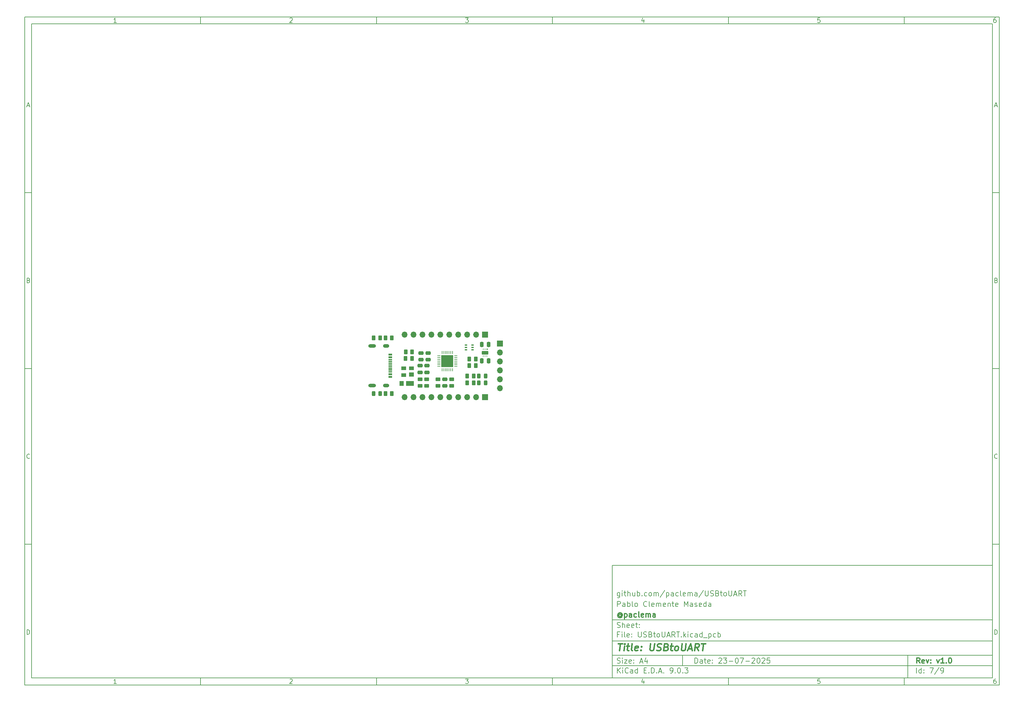
<source format=gts>
G04 #@! TF.GenerationSoftware,KiCad,Pcbnew,9.0.3*
G04 #@! TF.CreationDate,2025-07-24T11:03:05+02:00*
G04 #@! TF.ProjectId,USBtoUART,55534274-6f55-4415-9254-2e6b69636164,v1.0*
G04 #@! TF.SameCoordinates,Original*
G04 #@! TF.FileFunction,Soldermask,Top*
G04 #@! TF.FilePolarity,Negative*
%FSLAX46Y46*%
G04 Gerber Fmt 4.6, Leading zero omitted, Abs format (unit mm)*
G04 Created by KiCad (PCBNEW 9.0.3) date 2025-07-24 11:03:05*
%MOMM*%
%LPD*%
G01*
G04 APERTURE LIST*
G04 Aperture macros list*
%AMRoundRect*
0 Rectangle with rounded corners*
0 $1 Rounding radius*
0 $2 $3 $4 $5 $6 $7 $8 $9 X,Y pos of 4 corners*
0 Add a 4 corners polygon primitive as box body*
4,1,4,$2,$3,$4,$5,$6,$7,$8,$9,$2,$3,0*
0 Add four circle primitives for the rounded corners*
1,1,$1+$1,$2,$3*
1,1,$1+$1,$4,$5*
1,1,$1+$1,$6,$7*
1,1,$1+$1,$8,$9*
0 Add four rect primitives between the rounded corners*
20,1,$1+$1,$2,$3,$4,$5,0*
20,1,$1+$1,$4,$5,$6,$7,0*
20,1,$1+$1,$6,$7,$8,$9,0*
20,1,$1+$1,$8,$9,$2,$3,0*%
%AMFreePoly0*
4,1,29,0.453536,0.903536,0.455000,0.900000,0.455000,0.805000,0.500000,0.805000,0.503536,0.803536,0.505000,0.800000,0.505000,-0.800000,0.503536,-0.803536,0.500000,-0.805000,0.455000,-0.805000,0.455000,-0.900000,0.453536,-0.903536,0.450000,-0.905000,-0.450000,-0.905000,-0.453536,-0.903536,-0.455000,-0.900000,-0.455000,-0.805000,-0.500000,-0.805000,-0.503536,-0.803536,-0.505000,-0.800000,
-0.505000,0.800000,-0.503536,0.803536,-0.500000,0.805000,-0.455000,0.805000,-0.455000,0.900000,-0.453536,0.903536,-0.450000,0.905000,0.450000,0.905000,0.453536,0.903536,0.453536,0.903536,$1*%
G04 Aperture macros list end*
%ADD10C,0.100000*%
%ADD11C,0.150000*%
%ADD12C,0.300000*%
%ADD13C,0.400000*%
%ADD14RoundRect,0.250000X0.475000X-0.250000X0.475000X0.250000X-0.475000X0.250000X-0.475000X-0.250000X0*%
%ADD15RoundRect,0.250000X-0.262500X-0.450000X0.262500X-0.450000X0.262500X0.450000X-0.262500X0.450000X0*%
%ADD16RoundRect,0.250000X0.262500X0.450000X-0.262500X0.450000X-0.262500X-0.450000X0.262500X-0.450000X0*%
%ADD17R,0.650000X0.400000*%
%ADD18RoundRect,0.250000X-0.450000X0.262500X-0.450000X-0.262500X0.450000X-0.262500X0.450000X0.262500X0*%
%ADD19RoundRect,0.250000X0.250000X0.475000X-0.250000X0.475000X-0.250000X-0.475000X0.250000X-0.475000X0*%
%ADD20O,1.700000X1.700000*%
%ADD21R,1.700000X1.700000*%
%ADD22RoundRect,0.250000X0.450000X-0.262500X0.450000X0.262500X-0.450000X0.262500X-0.450000X-0.262500X0*%
%ADD23R,1.400000X1.000000*%
%ADD24R,1.400000X1.200000*%
%ADD25RoundRect,0.243750X-0.243750X-0.456250X0.243750X-0.456250X0.243750X0.456250X-0.243750X0.456250X0*%
%ADD26R,3.350000X3.350000*%
%ADD27RoundRect,0.062500X-0.062500X-0.337500X0.062500X-0.337500X0.062500X0.337500X-0.062500X0.337500X0*%
%ADD28RoundRect,0.062500X-0.337500X-0.062500X0.337500X-0.062500X0.337500X0.062500X-0.337500X0.062500X0*%
%ADD29O,2.200000X1.000000*%
%ADD30O,1.800000X1.000000*%
%ADD31R,1.100000X0.600000*%
%ADD32R,1.100000X0.300000*%
%ADD33FreePoly0,270.000000*%
%ADD34R,0.250000X0.450000*%
%ADD35R,0.350000X0.450000*%
%ADD36R,1.250000X1.400000*%
%ADD37R,2.300000X1.400000*%
G04 APERTURE END LIST*
D10*
D11*
X177002200Y-166007200D02*
X285002200Y-166007200D01*
X285002200Y-198007200D01*
X177002200Y-198007200D01*
X177002200Y-166007200D01*
D10*
D11*
X10000000Y-10000000D02*
X287002200Y-10000000D01*
X287002200Y-200007200D01*
X10000000Y-200007200D01*
X10000000Y-10000000D01*
D10*
D11*
X12000000Y-12000000D02*
X285002200Y-12000000D01*
X285002200Y-198007200D01*
X12000000Y-198007200D01*
X12000000Y-12000000D01*
D10*
D11*
X60000000Y-12000000D02*
X60000000Y-10000000D01*
D10*
D11*
X110000000Y-12000000D02*
X110000000Y-10000000D01*
D10*
D11*
X160000000Y-12000000D02*
X160000000Y-10000000D01*
D10*
D11*
X210000000Y-12000000D02*
X210000000Y-10000000D01*
D10*
D11*
X260000000Y-12000000D02*
X260000000Y-10000000D01*
D10*
D11*
X36089160Y-11593604D02*
X35346303Y-11593604D01*
X35717731Y-11593604D02*
X35717731Y-10293604D01*
X35717731Y-10293604D02*
X35593922Y-10479319D01*
X35593922Y-10479319D02*
X35470112Y-10603128D01*
X35470112Y-10603128D02*
X35346303Y-10665033D01*
D10*
D11*
X85346303Y-10417414D02*
X85408207Y-10355509D01*
X85408207Y-10355509D02*
X85532017Y-10293604D01*
X85532017Y-10293604D02*
X85841541Y-10293604D01*
X85841541Y-10293604D02*
X85965350Y-10355509D01*
X85965350Y-10355509D02*
X86027255Y-10417414D01*
X86027255Y-10417414D02*
X86089160Y-10541223D01*
X86089160Y-10541223D02*
X86089160Y-10665033D01*
X86089160Y-10665033D02*
X86027255Y-10850747D01*
X86027255Y-10850747D02*
X85284398Y-11593604D01*
X85284398Y-11593604D02*
X86089160Y-11593604D01*
D10*
D11*
X135284398Y-10293604D02*
X136089160Y-10293604D01*
X136089160Y-10293604D02*
X135655826Y-10788842D01*
X135655826Y-10788842D02*
X135841541Y-10788842D01*
X135841541Y-10788842D02*
X135965350Y-10850747D01*
X135965350Y-10850747D02*
X136027255Y-10912652D01*
X136027255Y-10912652D02*
X136089160Y-11036461D01*
X136089160Y-11036461D02*
X136089160Y-11345985D01*
X136089160Y-11345985D02*
X136027255Y-11469795D01*
X136027255Y-11469795D02*
X135965350Y-11531700D01*
X135965350Y-11531700D02*
X135841541Y-11593604D01*
X135841541Y-11593604D02*
X135470112Y-11593604D01*
X135470112Y-11593604D02*
X135346303Y-11531700D01*
X135346303Y-11531700D02*
X135284398Y-11469795D01*
D10*
D11*
X185965350Y-10726938D02*
X185965350Y-11593604D01*
X185655826Y-10231700D02*
X185346303Y-11160271D01*
X185346303Y-11160271D02*
X186151064Y-11160271D01*
D10*
D11*
X236027255Y-10293604D02*
X235408207Y-10293604D01*
X235408207Y-10293604D02*
X235346303Y-10912652D01*
X235346303Y-10912652D02*
X235408207Y-10850747D01*
X235408207Y-10850747D02*
X235532017Y-10788842D01*
X235532017Y-10788842D02*
X235841541Y-10788842D01*
X235841541Y-10788842D02*
X235965350Y-10850747D01*
X235965350Y-10850747D02*
X236027255Y-10912652D01*
X236027255Y-10912652D02*
X236089160Y-11036461D01*
X236089160Y-11036461D02*
X236089160Y-11345985D01*
X236089160Y-11345985D02*
X236027255Y-11469795D01*
X236027255Y-11469795D02*
X235965350Y-11531700D01*
X235965350Y-11531700D02*
X235841541Y-11593604D01*
X235841541Y-11593604D02*
X235532017Y-11593604D01*
X235532017Y-11593604D02*
X235408207Y-11531700D01*
X235408207Y-11531700D02*
X235346303Y-11469795D01*
D10*
D11*
X285965350Y-10293604D02*
X285717731Y-10293604D01*
X285717731Y-10293604D02*
X285593922Y-10355509D01*
X285593922Y-10355509D02*
X285532017Y-10417414D01*
X285532017Y-10417414D02*
X285408207Y-10603128D01*
X285408207Y-10603128D02*
X285346303Y-10850747D01*
X285346303Y-10850747D02*
X285346303Y-11345985D01*
X285346303Y-11345985D02*
X285408207Y-11469795D01*
X285408207Y-11469795D02*
X285470112Y-11531700D01*
X285470112Y-11531700D02*
X285593922Y-11593604D01*
X285593922Y-11593604D02*
X285841541Y-11593604D01*
X285841541Y-11593604D02*
X285965350Y-11531700D01*
X285965350Y-11531700D02*
X286027255Y-11469795D01*
X286027255Y-11469795D02*
X286089160Y-11345985D01*
X286089160Y-11345985D02*
X286089160Y-11036461D01*
X286089160Y-11036461D02*
X286027255Y-10912652D01*
X286027255Y-10912652D02*
X285965350Y-10850747D01*
X285965350Y-10850747D02*
X285841541Y-10788842D01*
X285841541Y-10788842D02*
X285593922Y-10788842D01*
X285593922Y-10788842D02*
X285470112Y-10850747D01*
X285470112Y-10850747D02*
X285408207Y-10912652D01*
X285408207Y-10912652D02*
X285346303Y-11036461D01*
D10*
D11*
X60000000Y-198007200D02*
X60000000Y-200007200D01*
D10*
D11*
X110000000Y-198007200D02*
X110000000Y-200007200D01*
D10*
D11*
X160000000Y-198007200D02*
X160000000Y-200007200D01*
D10*
D11*
X210000000Y-198007200D02*
X210000000Y-200007200D01*
D10*
D11*
X260000000Y-198007200D02*
X260000000Y-200007200D01*
D10*
D11*
X36089160Y-199600804D02*
X35346303Y-199600804D01*
X35717731Y-199600804D02*
X35717731Y-198300804D01*
X35717731Y-198300804D02*
X35593922Y-198486519D01*
X35593922Y-198486519D02*
X35470112Y-198610328D01*
X35470112Y-198610328D02*
X35346303Y-198672233D01*
D10*
D11*
X85346303Y-198424614D02*
X85408207Y-198362709D01*
X85408207Y-198362709D02*
X85532017Y-198300804D01*
X85532017Y-198300804D02*
X85841541Y-198300804D01*
X85841541Y-198300804D02*
X85965350Y-198362709D01*
X85965350Y-198362709D02*
X86027255Y-198424614D01*
X86027255Y-198424614D02*
X86089160Y-198548423D01*
X86089160Y-198548423D02*
X86089160Y-198672233D01*
X86089160Y-198672233D02*
X86027255Y-198857947D01*
X86027255Y-198857947D02*
X85284398Y-199600804D01*
X85284398Y-199600804D02*
X86089160Y-199600804D01*
D10*
D11*
X135284398Y-198300804D02*
X136089160Y-198300804D01*
X136089160Y-198300804D02*
X135655826Y-198796042D01*
X135655826Y-198796042D02*
X135841541Y-198796042D01*
X135841541Y-198796042D02*
X135965350Y-198857947D01*
X135965350Y-198857947D02*
X136027255Y-198919852D01*
X136027255Y-198919852D02*
X136089160Y-199043661D01*
X136089160Y-199043661D02*
X136089160Y-199353185D01*
X136089160Y-199353185D02*
X136027255Y-199476995D01*
X136027255Y-199476995D02*
X135965350Y-199538900D01*
X135965350Y-199538900D02*
X135841541Y-199600804D01*
X135841541Y-199600804D02*
X135470112Y-199600804D01*
X135470112Y-199600804D02*
X135346303Y-199538900D01*
X135346303Y-199538900D02*
X135284398Y-199476995D01*
D10*
D11*
X185965350Y-198734138D02*
X185965350Y-199600804D01*
X185655826Y-198238900D02*
X185346303Y-199167471D01*
X185346303Y-199167471D02*
X186151064Y-199167471D01*
D10*
D11*
X236027255Y-198300804D02*
X235408207Y-198300804D01*
X235408207Y-198300804D02*
X235346303Y-198919852D01*
X235346303Y-198919852D02*
X235408207Y-198857947D01*
X235408207Y-198857947D02*
X235532017Y-198796042D01*
X235532017Y-198796042D02*
X235841541Y-198796042D01*
X235841541Y-198796042D02*
X235965350Y-198857947D01*
X235965350Y-198857947D02*
X236027255Y-198919852D01*
X236027255Y-198919852D02*
X236089160Y-199043661D01*
X236089160Y-199043661D02*
X236089160Y-199353185D01*
X236089160Y-199353185D02*
X236027255Y-199476995D01*
X236027255Y-199476995D02*
X235965350Y-199538900D01*
X235965350Y-199538900D02*
X235841541Y-199600804D01*
X235841541Y-199600804D02*
X235532017Y-199600804D01*
X235532017Y-199600804D02*
X235408207Y-199538900D01*
X235408207Y-199538900D02*
X235346303Y-199476995D01*
D10*
D11*
X285965350Y-198300804D02*
X285717731Y-198300804D01*
X285717731Y-198300804D02*
X285593922Y-198362709D01*
X285593922Y-198362709D02*
X285532017Y-198424614D01*
X285532017Y-198424614D02*
X285408207Y-198610328D01*
X285408207Y-198610328D02*
X285346303Y-198857947D01*
X285346303Y-198857947D02*
X285346303Y-199353185D01*
X285346303Y-199353185D02*
X285408207Y-199476995D01*
X285408207Y-199476995D02*
X285470112Y-199538900D01*
X285470112Y-199538900D02*
X285593922Y-199600804D01*
X285593922Y-199600804D02*
X285841541Y-199600804D01*
X285841541Y-199600804D02*
X285965350Y-199538900D01*
X285965350Y-199538900D02*
X286027255Y-199476995D01*
X286027255Y-199476995D02*
X286089160Y-199353185D01*
X286089160Y-199353185D02*
X286089160Y-199043661D01*
X286089160Y-199043661D02*
X286027255Y-198919852D01*
X286027255Y-198919852D02*
X285965350Y-198857947D01*
X285965350Y-198857947D02*
X285841541Y-198796042D01*
X285841541Y-198796042D02*
X285593922Y-198796042D01*
X285593922Y-198796042D02*
X285470112Y-198857947D01*
X285470112Y-198857947D02*
X285408207Y-198919852D01*
X285408207Y-198919852D02*
X285346303Y-199043661D01*
D10*
D11*
X10000000Y-60000000D02*
X12000000Y-60000000D01*
D10*
D11*
X10000000Y-110000000D02*
X12000000Y-110000000D01*
D10*
D11*
X10000000Y-160000000D02*
X12000000Y-160000000D01*
D10*
D11*
X10690476Y-35222176D02*
X11309523Y-35222176D01*
X10566666Y-35593604D02*
X10999999Y-34293604D01*
X10999999Y-34293604D02*
X11433333Y-35593604D01*
D10*
D11*
X11092857Y-84912652D02*
X11278571Y-84974557D01*
X11278571Y-84974557D02*
X11340476Y-85036461D01*
X11340476Y-85036461D02*
X11402380Y-85160271D01*
X11402380Y-85160271D02*
X11402380Y-85345985D01*
X11402380Y-85345985D02*
X11340476Y-85469795D01*
X11340476Y-85469795D02*
X11278571Y-85531700D01*
X11278571Y-85531700D02*
X11154761Y-85593604D01*
X11154761Y-85593604D02*
X10659523Y-85593604D01*
X10659523Y-85593604D02*
X10659523Y-84293604D01*
X10659523Y-84293604D02*
X11092857Y-84293604D01*
X11092857Y-84293604D02*
X11216666Y-84355509D01*
X11216666Y-84355509D02*
X11278571Y-84417414D01*
X11278571Y-84417414D02*
X11340476Y-84541223D01*
X11340476Y-84541223D02*
X11340476Y-84665033D01*
X11340476Y-84665033D02*
X11278571Y-84788842D01*
X11278571Y-84788842D02*
X11216666Y-84850747D01*
X11216666Y-84850747D02*
X11092857Y-84912652D01*
X11092857Y-84912652D02*
X10659523Y-84912652D01*
D10*
D11*
X11402380Y-135469795D02*
X11340476Y-135531700D01*
X11340476Y-135531700D02*
X11154761Y-135593604D01*
X11154761Y-135593604D02*
X11030952Y-135593604D01*
X11030952Y-135593604D02*
X10845238Y-135531700D01*
X10845238Y-135531700D02*
X10721428Y-135407890D01*
X10721428Y-135407890D02*
X10659523Y-135284080D01*
X10659523Y-135284080D02*
X10597619Y-135036461D01*
X10597619Y-135036461D02*
X10597619Y-134850747D01*
X10597619Y-134850747D02*
X10659523Y-134603128D01*
X10659523Y-134603128D02*
X10721428Y-134479319D01*
X10721428Y-134479319D02*
X10845238Y-134355509D01*
X10845238Y-134355509D02*
X11030952Y-134293604D01*
X11030952Y-134293604D02*
X11154761Y-134293604D01*
X11154761Y-134293604D02*
X11340476Y-134355509D01*
X11340476Y-134355509D02*
X11402380Y-134417414D01*
D10*
D11*
X10659523Y-185593604D02*
X10659523Y-184293604D01*
X10659523Y-184293604D02*
X10969047Y-184293604D01*
X10969047Y-184293604D02*
X11154761Y-184355509D01*
X11154761Y-184355509D02*
X11278571Y-184479319D01*
X11278571Y-184479319D02*
X11340476Y-184603128D01*
X11340476Y-184603128D02*
X11402380Y-184850747D01*
X11402380Y-184850747D02*
X11402380Y-185036461D01*
X11402380Y-185036461D02*
X11340476Y-185284080D01*
X11340476Y-185284080D02*
X11278571Y-185407890D01*
X11278571Y-185407890D02*
X11154761Y-185531700D01*
X11154761Y-185531700D02*
X10969047Y-185593604D01*
X10969047Y-185593604D02*
X10659523Y-185593604D01*
D10*
D11*
X287002200Y-60000000D02*
X285002200Y-60000000D01*
D10*
D11*
X287002200Y-110000000D02*
X285002200Y-110000000D01*
D10*
D11*
X287002200Y-160000000D02*
X285002200Y-160000000D01*
D10*
D11*
X285692676Y-35222176D02*
X286311723Y-35222176D01*
X285568866Y-35593604D02*
X286002199Y-34293604D01*
X286002199Y-34293604D02*
X286435533Y-35593604D01*
D10*
D11*
X286095057Y-84912652D02*
X286280771Y-84974557D01*
X286280771Y-84974557D02*
X286342676Y-85036461D01*
X286342676Y-85036461D02*
X286404580Y-85160271D01*
X286404580Y-85160271D02*
X286404580Y-85345985D01*
X286404580Y-85345985D02*
X286342676Y-85469795D01*
X286342676Y-85469795D02*
X286280771Y-85531700D01*
X286280771Y-85531700D02*
X286156961Y-85593604D01*
X286156961Y-85593604D02*
X285661723Y-85593604D01*
X285661723Y-85593604D02*
X285661723Y-84293604D01*
X285661723Y-84293604D02*
X286095057Y-84293604D01*
X286095057Y-84293604D02*
X286218866Y-84355509D01*
X286218866Y-84355509D02*
X286280771Y-84417414D01*
X286280771Y-84417414D02*
X286342676Y-84541223D01*
X286342676Y-84541223D02*
X286342676Y-84665033D01*
X286342676Y-84665033D02*
X286280771Y-84788842D01*
X286280771Y-84788842D02*
X286218866Y-84850747D01*
X286218866Y-84850747D02*
X286095057Y-84912652D01*
X286095057Y-84912652D02*
X285661723Y-84912652D01*
D10*
D11*
X286404580Y-135469795D02*
X286342676Y-135531700D01*
X286342676Y-135531700D02*
X286156961Y-135593604D01*
X286156961Y-135593604D02*
X286033152Y-135593604D01*
X286033152Y-135593604D02*
X285847438Y-135531700D01*
X285847438Y-135531700D02*
X285723628Y-135407890D01*
X285723628Y-135407890D02*
X285661723Y-135284080D01*
X285661723Y-135284080D02*
X285599819Y-135036461D01*
X285599819Y-135036461D02*
X285599819Y-134850747D01*
X285599819Y-134850747D02*
X285661723Y-134603128D01*
X285661723Y-134603128D02*
X285723628Y-134479319D01*
X285723628Y-134479319D02*
X285847438Y-134355509D01*
X285847438Y-134355509D02*
X286033152Y-134293604D01*
X286033152Y-134293604D02*
X286156961Y-134293604D01*
X286156961Y-134293604D02*
X286342676Y-134355509D01*
X286342676Y-134355509D02*
X286404580Y-134417414D01*
D10*
D11*
X285661723Y-185593604D02*
X285661723Y-184293604D01*
X285661723Y-184293604D02*
X285971247Y-184293604D01*
X285971247Y-184293604D02*
X286156961Y-184355509D01*
X286156961Y-184355509D02*
X286280771Y-184479319D01*
X286280771Y-184479319D02*
X286342676Y-184603128D01*
X286342676Y-184603128D02*
X286404580Y-184850747D01*
X286404580Y-184850747D02*
X286404580Y-185036461D01*
X286404580Y-185036461D02*
X286342676Y-185284080D01*
X286342676Y-185284080D02*
X286280771Y-185407890D01*
X286280771Y-185407890D02*
X286156961Y-185531700D01*
X286156961Y-185531700D02*
X285971247Y-185593604D01*
X285971247Y-185593604D02*
X285661723Y-185593604D01*
D10*
D11*
X200458026Y-193793328D02*
X200458026Y-192293328D01*
X200458026Y-192293328D02*
X200815169Y-192293328D01*
X200815169Y-192293328D02*
X201029455Y-192364757D01*
X201029455Y-192364757D02*
X201172312Y-192507614D01*
X201172312Y-192507614D02*
X201243741Y-192650471D01*
X201243741Y-192650471D02*
X201315169Y-192936185D01*
X201315169Y-192936185D02*
X201315169Y-193150471D01*
X201315169Y-193150471D02*
X201243741Y-193436185D01*
X201243741Y-193436185D02*
X201172312Y-193579042D01*
X201172312Y-193579042D02*
X201029455Y-193721900D01*
X201029455Y-193721900D02*
X200815169Y-193793328D01*
X200815169Y-193793328D02*
X200458026Y-193793328D01*
X202600884Y-193793328D02*
X202600884Y-193007614D01*
X202600884Y-193007614D02*
X202529455Y-192864757D01*
X202529455Y-192864757D02*
X202386598Y-192793328D01*
X202386598Y-192793328D02*
X202100884Y-192793328D01*
X202100884Y-192793328D02*
X201958026Y-192864757D01*
X202600884Y-193721900D02*
X202458026Y-193793328D01*
X202458026Y-193793328D02*
X202100884Y-193793328D01*
X202100884Y-193793328D02*
X201958026Y-193721900D01*
X201958026Y-193721900D02*
X201886598Y-193579042D01*
X201886598Y-193579042D02*
X201886598Y-193436185D01*
X201886598Y-193436185D02*
X201958026Y-193293328D01*
X201958026Y-193293328D02*
X202100884Y-193221900D01*
X202100884Y-193221900D02*
X202458026Y-193221900D01*
X202458026Y-193221900D02*
X202600884Y-193150471D01*
X203100884Y-192793328D02*
X203672312Y-192793328D01*
X203315169Y-192293328D02*
X203315169Y-193579042D01*
X203315169Y-193579042D02*
X203386598Y-193721900D01*
X203386598Y-193721900D02*
X203529455Y-193793328D01*
X203529455Y-193793328D02*
X203672312Y-193793328D01*
X204743741Y-193721900D02*
X204600884Y-193793328D01*
X204600884Y-193793328D02*
X204315170Y-193793328D01*
X204315170Y-193793328D02*
X204172312Y-193721900D01*
X204172312Y-193721900D02*
X204100884Y-193579042D01*
X204100884Y-193579042D02*
X204100884Y-193007614D01*
X204100884Y-193007614D02*
X204172312Y-192864757D01*
X204172312Y-192864757D02*
X204315170Y-192793328D01*
X204315170Y-192793328D02*
X204600884Y-192793328D01*
X204600884Y-192793328D02*
X204743741Y-192864757D01*
X204743741Y-192864757D02*
X204815170Y-193007614D01*
X204815170Y-193007614D02*
X204815170Y-193150471D01*
X204815170Y-193150471D02*
X204100884Y-193293328D01*
X205458026Y-193650471D02*
X205529455Y-193721900D01*
X205529455Y-193721900D02*
X205458026Y-193793328D01*
X205458026Y-193793328D02*
X205386598Y-193721900D01*
X205386598Y-193721900D02*
X205458026Y-193650471D01*
X205458026Y-193650471D02*
X205458026Y-193793328D01*
X205458026Y-192864757D02*
X205529455Y-192936185D01*
X205529455Y-192936185D02*
X205458026Y-193007614D01*
X205458026Y-193007614D02*
X205386598Y-192936185D01*
X205386598Y-192936185D02*
X205458026Y-192864757D01*
X205458026Y-192864757D02*
X205458026Y-193007614D01*
X207243741Y-192436185D02*
X207315169Y-192364757D01*
X207315169Y-192364757D02*
X207458027Y-192293328D01*
X207458027Y-192293328D02*
X207815169Y-192293328D01*
X207815169Y-192293328D02*
X207958027Y-192364757D01*
X207958027Y-192364757D02*
X208029455Y-192436185D01*
X208029455Y-192436185D02*
X208100884Y-192579042D01*
X208100884Y-192579042D02*
X208100884Y-192721900D01*
X208100884Y-192721900D02*
X208029455Y-192936185D01*
X208029455Y-192936185D02*
X207172312Y-193793328D01*
X207172312Y-193793328D02*
X208100884Y-193793328D01*
X208600883Y-192293328D02*
X209529455Y-192293328D01*
X209529455Y-192293328D02*
X209029455Y-192864757D01*
X209029455Y-192864757D02*
X209243740Y-192864757D01*
X209243740Y-192864757D02*
X209386598Y-192936185D01*
X209386598Y-192936185D02*
X209458026Y-193007614D01*
X209458026Y-193007614D02*
X209529455Y-193150471D01*
X209529455Y-193150471D02*
X209529455Y-193507614D01*
X209529455Y-193507614D02*
X209458026Y-193650471D01*
X209458026Y-193650471D02*
X209386598Y-193721900D01*
X209386598Y-193721900D02*
X209243740Y-193793328D01*
X209243740Y-193793328D02*
X208815169Y-193793328D01*
X208815169Y-193793328D02*
X208672312Y-193721900D01*
X208672312Y-193721900D02*
X208600883Y-193650471D01*
X210172311Y-193221900D02*
X211315169Y-193221900D01*
X212315169Y-192293328D02*
X212458026Y-192293328D01*
X212458026Y-192293328D02*
X212600883Y-192364757D01*
X212600883Y-192364757D02*
X212672312Y-192436185D01*
X212672312Y-192436185D02*
X212743740Y-192579042D01*
X212743740Y-192579042D02*
X212815169Y-192864757D01*
X212815169Y-192864757D02*
X212815169Y-193221900D01*
X212815169Y-193221900D02*
X212743740Y-193507614D01*
X212743740Y-193507614D02*
X212672312Y-193650471D01*
X212672312Y-193650471D02*
X212600883Y-193721900D01*
X212600883Y-193721900D02*
X212458026Y-193793328D01*
X212458026Y-193793328D02*
X212315169Y-193793328D01*
X212315169Y-193793328D02*
X212172312Y-193721900D01*
X212172312Y-193721900D02*
X212100883Y-193650471D01*
X212100883Y-193650471D02*
X212029454Y-193507614D01*
X212029454Y-193507614D02*
X211958026Y-193221900D01*
X211958026Y-193221900D02*
X211958026Y-192864757D01*
X211958026Y-192864757D02*
X212029454Y-192579042D01*
X212029454Y-192579042D02*
X212100883Y-192436185D01*
X212100883Y-192436185D02*
X212172312Y-192364757D01*
X212172312Y-192364757D02*
X212315169Y-192293328D01*
X213315168Y-192293328D02*
X214315168Y-192293328D01*
X214315168Y-192293328D02*
X213672311Y-193793328D01*
X214886596Y-193221900D02*
X216029454Y-193221900D01*
X216672311Y-192436185D02*
X216743739Y-192364757D01*
X216743739Y-192364757D02*
X216886597Y-192293328D01*
X216886597Y-192293328D02*
X217243739Y-192293328D01*
X217243739Y-192293328D02*
X217386597Y-192364757D01*
X217386597Y-192364757D02*
X217458025Y-192436185D01*
X217458025Y-192436185D02*
X217529454Y-192579042D01*
X217529454Y-192579042D02*
X217529454Y-192721900D01*
X217529454Y-192721900D02*
X217458025Y-192936185D01*
X217458025Y-192936185D02*
X216600882Y-193793328D01*
X216600882Y-193793328D02*
X217529454Y-193793328D01*
X218458025Y-192293328D02*
X218600882Y-192293328D01*
X218600882Y-192293328D02*
X218743739Y-192364757D01*
X218743739Y-192364757D02*
X218815168Y-192436185D01*
X218815168Y-192436185D02*
X218886596Y-192579042D01*
X218886596Y-192579042D02*
X218958025Y-192864757D01*
X218958025Y-192864757D02*
X218958025Y-193221900D01*
X218958025Y-193221900D02*
X218886596Y-193507614D01*
X218886596Y-193507614D02*
X218815168Y-193650471D01*
X218815168Y-193650471D02*
X218743739Y-193721900D01*
X218743739Y-193721900D02*
X218600882Y-193793328D01*
X218600882Y-193793328D02*
X218458025Y-193793328D01*
X218458025Y-193793328D02*
X218315168Y-193721900D01*
X218315168Y-193721900D02*
X218243739Y-193650471D01*
X218243739Y-193650471D02*
X218172310Y-193507614D01*
X218172310Y-193507614D02*
X218100882Y-193221900D01*
X218100882Y-193221900D02*
X218100882Y-192864757D01*
X218100882Y-192864757D02*
X218172310Y-192579042D01*
X218172310Y-192579042D02*
X218243739Y-192436185D01*
X218243739Y-192436185D02*
X218315168Y-192364757D01*
X218315168Y-192364757D02*
X218458025Y-192293328D01*
X219529453Y-192436185D02*
X219600881Y-192364757D01*
X219600881Y-192364757D02*
X219743739Y-192293328D01*
X219743739Y-192293328D02*
X220100881Y-192293328D01*
X220100881Y-192293328D02*
X220243739Y-192364757D01*
X220243739Y-192364757D02*
X220315167Y-192436185D01*
X220315167Y-192436185D02*
X220386596Y-192579042D01*
X220386596Y-192579042D02*
X220386596Y-192721900D01*
X220386596Y-192721900D02*
X220315167Y-192936185D01*
X220315167Y-192936185D02*
X219458024Y-193793328D01*
X219458024Y-193793328D02*
X220386596Y-193793328D01*
X221743738Y-192293328D02*
X221029452Y-192293328D01*
X221029452Y-192293328D02*
X220958024Y-193007614D01*
X220958024Y-193007614D02*
X221029452Y-192936185D01*
X221029452Y-192936185D02*
X221172310Y-192864757D01*
X221172310Y-192864757D02*
X221529452Y-192864757D01*
X221529452Y-192864757D02*
X221672310Y-192936185D01*
X221672310Y-192936185D02*
X221743738Y-193007614D01*
X221743738Y-193007614D02*
X221815167Y-193150471D01*
X221815167Y-193150471D02*
X221815167Y-193507614D01*
X221815167Y-193507614D02*
X221743738Y-193650471D01*
X221743738Y-193650471D02*
X221672310Y-193721900D01*
X221672310Y-193721900D02*
X221529452Y-193793328D01*
X221529452Y-193793328D02*
X221172310Y-193793328D01*
X221172310Y-193793328D02*
X221029452Y-193721900D01*
X221029452Y-193721900D02*
X220958024Y-193650471D01*
D10*
D11*
X177002200Y-194507200D02*
X285002200Y-194507200D01*
D10*
D11*
X178458026Y-196593328D02*
X178458026Y-195093328D01*
X179315169Y-196593328D02*
X178672312Y-195736185D01*
X179315169Y-195093328D02*
X178458026Y-195950471D01*
X179958026Y-196593328D02*
X179958026Y-195593328D01*
X179958026Y-195093328D02*
X179886598Y-195164757D01*
X179886598Y-195164757D02*
X179958026Y-195236185D01*
X179958026Y-195236185D02*
X180029455Y-195164757D01*
X180029455Y-195164757D02*
X179958026Y-195093328D01*
X179958026Y-195093328D02*
X179958026Y-195236185D01*
X181529455Y-196450471D02*
X181458027Y-196521900D01*
X181458027Y-196521900D02*
X181243741Y-196593328D01*
X181243741Y-196593328D02*
X181100884Y-196593328D01*
X181100884Y-196593328D02*
X180886598Y-196521900D01*
X180886598Y-196521900D02*
X180743741Y-196379042D01*
X180743741Y-196379042D02*
X180672312Y-196236185D01*
X180672312Y-196236185D02*
X180600884Y-195950471D01*
X180600884Y-195950471D02*
X180600884Y-195736185D01*
X180600884Y-195736185D02*
X180672312Y-195450471D01*
X180672312Y-195450471D02*
X180743741Y-195307614D01*
X180743741Y-195307614D02*
X180886598Y-195164757D01*
X180886598Y-195164757D02*
X181100884Y-195093328D01*
X181100884Y-195093328D02*
X181243741Y-195093328D01*
X181243741Y-195093328D02*
X181458027Y-195164757D01*
X181458027Y-195164757D02*
X181529455Y-195236185D01*
X182815170Y-196593328D02*
X182815170Y-195807614D01*
X182815170Y-195807614D02*
X182743741Y-195664757D01*
X182743741Y-195664757D02*
X182600884Y-195593328D01*
X182600884Y-195593328D02*
X182315170Y-195593328D01*
X182315170Y-195593328D02*
X182172312Y-195664757D01*
X182815170Y-196521900D02*
X182672312Y-196593328D01*
X182672312Y-196593328D02*
X182315170Y-196593328D01*
X182315170Y-196593328D02*
X182172312Y-196521900D01*
X182172312Y-196521900D02*
X182100884Y-196379042D01*
X182100884Y-196379042D02*
X182100884Y-196236185D01*
X182100884Y-196236185D02*
X182172312Y-196093328D01*
X182172312Y-196093328D02*
X182315170Y-196021900D01*
X182315170Y-196021900D02*
X182672312Y-196021900D01*
X182672312Y-196021900D02*
X182815170Y-195950471D01*
X184172313Y-196593328D02*
X184172313Y-195093328D01*
X184172313Y-196521900D02*
X184029455Y-196593328D01*
X184029455Y-196593328D02*
X183743741Y-196593328D01*
X183743741Y-196593328D02*
X183600884Y-196521900D01*
X183600884Y-196521900D02*
X183529455Y-196450471D01*
X183529455Y-196450471D02*
X183458027Y-196307614D01*
X183458027Y-196307614D02*
X183458027Y-195879042D01*
X183458027Y-195879042D02*
X183529455Y-195736185D01*
X183529455Y-195736185D02*
X183600884Y-195664757D01*
X183600884Y-195664757D02*
X183743741Y-195593328D01*
X183743741Y-195593328D02*
X184029455Y-195593328D01*
X184029455Y-195593328D02*
X184172313Y-195664757D01*
X186029455Y-195807614D02*
X186529455Y-195807614D01*
X186743741Y-196593328D02*
X186029455Y-196593328D01*
X186029455Y-196593328D02*
X186029455Y-195093328D01*
X186029455Y-195093328D02*
X186743741Y-195093328D01*
X187386598Y-196450471D02*
X187458027Y-196521900D01*
X187458027Y-196521900D02*
X187386598Y-196593328D01*
X187386598Y-196593328D02*
X187315170Y-196521900D01*
X187315170Y-196521900D02*
X187386598Y-196450471D01*
X187386598Y-196450471D02*
X187386598Y-196593328D01*
X188100884Y-196593328D02*
X188100884Y-195093328D01*
X188100884Y-195093328D02*
X188458027Y-195093328D01*
X188458027Y-195093328D02*
X188672313Y-195164757D01*
X188672313Y-195164757D02*
X188815170Y-195307614D01*
X188815170Y-195307614D02*
X188886599Y-195450471D01*
X188886599Y-195450471D02*
X188958027Y-195736185D01*
X188958027Y-195736185D02*
X188958027Y-195950471D01*
X188958027Y-195950471D02*
X188886599Y-196236185D01*
X188886599Y-196236185D02*
X188815170Y-196379042D01*
X188815170Y-196379042D02*
X188672313Y-196521900D01*
X188672313Y-196521900D02*
X188458027Y-196593328D01*
X188458027Y-196593328D02*
X188100884Y-196593328D01*
X189600884Y-196450471D02*
X189672313Y-196521900D01*
X189672313Y-196521900D02*
X189600884Y-196593328D01*
X189600884Y-196593328D02*
X189529456Y-196521900D01*
X189529456Y-196521900D02*
X189600884Y-196450471D01*
X189600884Y-196450471D02*
X189600884Y-196593328D01*
X190243742Y-196164757D02*
X190958028Y-196164757D01*
X190100885Y-196593328D02*
X190600885Y-195093328D01*
X190600885Y-195093328D02*
X191100885Y-196593328D01*
X191600884Y-196450471D02*
X191672313Y-196521900D01*
X191672313Y-196521900D02*
X191600884Y-196593328D01*
X191600884Y-196593328D02*
X191529456Y-196521900D01*
X191529456Y-196521900D02*
X191600884Y-196450471D01*
X191600884Y-196450471D02*
X191600884Y-196593328D01*
X193529456Y-196593328D02*
X193815170Y-196593328D01*
X193815170Y-196593328D02*
X193958027Y-196521900D01*
X193958027Y-196521900D02*
X194029456Y-196450471D01*
X194029456Y-196450471D02*
X194172313Y-196236185D01*
X194172313Y-196236185D02*
X194243742Y-195950471D01*
X194243742Y-195950471D02*
X194243742Y-195379042D01*
X194243742Y-195379042D02*
X194172313Y-195236185D01*
X194172313Y-195236185D02*
X194100885Y-195164757D01*
X194100885Y-195164757D02*
X193958027Y-195093328D01*
X193958027Y-195093328D02*
X193672313Y-195093328D01*
X193672313Y-195093328D02*
X193529456Y-195164757D01*
X193529456Y-195164757D02*
X193458027Y-195236185D01*
X193458027Y-195236185D02*
X193386599Y-195379042D01*
X193386599Y-195379042D02*
X193386599Y-195736185D01*
X193386599Y-195736185D02*
X193458027Y-195879042D01*
X193458027Y-195879042D02*
X193529456Y-195950471D01*
X193529456Y-195950471D02*
X193672313Y-196021900D01*
X193672313Y-196021900D02*
X193958027Y-196021900D01*
X193958027Y-196021900D02*
X194100885Y-195950471D01*
X194100885Y-195950471D02*
X194172313Y-195879042D01*
X194172313Y-195879042D02*
X194243742Y-195736185D01*
X194886598Y-196450471D02*
X194958027Y-196521900D01*
X194958027Y-196521900D02*
X194886598Y-196593328D01*
X194886598Y-196593328D02*
X194815170Y-196521900D01*
X194815170Y-196521900D02*
X194886598Y-196450471D01*
X194886598Y-196450471D02*
X194886598Y-196593328D01*
X195886599Y-195093328D02*
X196029456Y-195093328D01*
X196029456Y-195093328D02*
X196172313Y-195164757D01*
X196172313Y-195164757D02*
X196243742Y-195236185D01*
X196243742Y-195236185D02*
X196315170Y-195379042D01*
X196315170Y-195379042D02*
X196386599Y-195664757D01*
X196386599Y-195664757D02*
X196386599Y-196021900D01*
X196386599Y-196021900D02*
X196315170Y-196307614D01*
X196315170Y-196307614D02*
X196243742Y-196450471D01*
X196243742Y-196450471D02*
X196172313Y-196521900D01*
X196172313Y-196521900D02*
X196029456Y-196593328D01*
X196029456Y-196593328D02*
X195886599Y-196593328D01*
X195886599Y-196593328D02*
X195743742Y-196521900D01*
X195743742Y-196521900D02*
X195672313Y-196450471D01*
X195672313Y-196450471D02*
X195600884Y-196307614D01*
X195600884Y-196307614D02*
X195529456Y-196021900D01*
X195529456Y-196021900D02*
X195529456Y-195664757D01*
X195529456Y-195664757D02*
X195600884Y-195379042D01*
X195600884Y-195379042D02*
X195672313Y-195236185D01*
X195672313Y-195236185D02*
X195743742Y-195164757D01*
X195743742Y-195164757D02*
X195886599Y-195093328D01*
X197029455Y-196450471D02*
X197100884Y-196521900D01*
X197100884Y-196521900D02*
X197029455Y-196593328D01*
X197029455Y-196593328D02*
X196958027Y-196521900D01*
X196958027Y-196521900D02*
X197029455Y-196450471D01*
X197029455Y-196450471D02*
X197029455Y-196593328D01*
X197600884Y-195093328D02*
X198529456Y-195093328D01*
X198529456Y-195093328D02*
X198029456Y-195664757D01*
X198029456Y-195664757D02*
X198243741Y-195664757D01*
X198243741Y-195664757D02*
X198386599Y-195736185D01*
X198386599Y-195736185D02*
X198458027Y-195807614D01*
X198458027Y-195807614D02*
X198529456Y-195950471D01*
X198529456Y-195950471D02*
X198529456Y-196307614D01*
X198529456Y-196307614D02*
X198458027Y-196450471D01*
X198458027Y-196450471D02*
X198386599Y-196521900D01*
X198386599Y-196521900D02*
X198243741Y-196593328D01*
X198243741Y-196593328D02*
X197815170Y-196593328D01*
X197815170Y-196593328D02*
X197672313Y-196521900D01*
X197672313Y-196521900D02*
X197600884Y-196450471D01*
D10*
D11*
X177002200Y-191507200D02*
X285002200Y-191507200D01*
D10*
D12*
X264413853Y-193785528D02*
X263913853Y-193071242D01*
X263556710Y-193785528D02*
X263556710Y-192285528D01*
X263556710Y-192285528D02*
X264128139Y-192285528D01*
X264128139Y-192285528D02*
X264270996Y-192356957D01*
X264270996Y-192356957D02*
X264342425Y-192428385D01*
X264342425Y-192428385D02*
X264413853Y-192571242D01*
X264413853Y-192571242D02*
X264413853Y-192785528D01*
X264413853Y-192785528D02*
X264342425Y-192928385D01*
X264342425Y-192928385D02*
X264270996Y-192999814D01*
X264270996Y-192999814D02*
X264128139Y-193071242D01*
X264128139Y-193071242D02*
X263556710Y-193071242D01*
X265628139Y-193714100D02*
X265485282Y-193785528D01*
X265485282Y-193785528D02*
X265199568Y-193785528D01*
X265199568Y-193785528D02*
X265056710Y-193714100D01*
X265056710Y-193714100D02*
X264985282Y-193571242D01*
X264985282Y-193571242D02*
X264985282Y-192999814D01*
X264985282Y-192999814D02*
X265056710Y-192856957D01*
X265056710Y-192856957D02*
X265199568Y-192785528D01*
X265199568Y-192785528D02*
X265485282Y-192785528D01*
X265485282Y-192785528D02*
X265628139Y-192856957D01*
X265628139Y-192856957D02*
X265699568Y-192999814D01*
X265699568Y-192999814D02*
X265699568Y-193142671D01*
X265699568Y-193142671D02*
X264985282Y-193285528D01*
X266199567Y-192785528D02*
X266556710Y-193785528D01*
X266556710Y-193785528D02*
X266913853Y-192785528D01*
X267485281Y-193642671D02*
X267556710Y-193714100D01*
X267556710Y-193714100D02*
X267485281Y-193785528D01*
X267485281Y-193785528D02*
X267413853Y-193714100D01*
X267413853Y-193714100D02*
X267485281Y-193642671D01*
X267485281Y-193642671D02*
X267485281Y-193785528D01*
X267485281Y-192856957D02*
X267556710Y-192928385D01*
X267556710Y-192928385D02*
X267485281Y-192999814D01*
X267485281Y-192999814D02*
X267413853Y-192928385D01*
X267413853Y-192928385D02*
X267485281Y-192856957D01*
X267485281Y-192856957D02*
X267485281Y-192999814D01*
X269199567Y-192785528D02*
X269556710Y-193785528D01*
X269556710Y-193785528D02*
X269913853Y-192785528D01*
X271270996Y-193785528D02*
X270413853Y-193785528D01*
X270842424Y-193785528D02*
X270842424Y-192285528D01*
X270842424Y-192285528D02*
X270699567Y-192499814D01*
X270699567Y-192499814D02*
X270556710Y-192642671D01*
X270556710Y-192642671D02*
X270413853Y-192714100D01*
X271913852Y-193642671D02*
X271985281Y-193714100D01*
X271985281Y-193714100D02*
X271913852Y-193785528D01*
X271913852Y-193785528D02*
X271842424Y-193714100D01*
X271842424Y-193714100D02*
X271913852Y-193642671D01*
X271913852Y-193642671D02*
X271913852Y-193785528D01*
X272913853Y-192285528D02*
X273056710Y-192285528D01*
X273056710Y-192285528D02*
X273199567Y-192356957D01*
X273199567Y-192356957D02*
X273270996Y-192428385D01*
X273270996Y-192428385D02*
X273342424Y-192571242D01*
X273342424Y-192571242D02*
X273413853Y-192856957D01*
X273413853Y-192856957D02*
X273413853Y-193214100D01*
X273413853Y-193214100D02*
X273342424Y-193499814D01*
X273342424Y-193499814D02*
X273270996Y-193642671D01*
X273270996Y-193642671D02*
X273199567Y-193714100D01*
X273199567Y-193714100D02*
X273056710Y-193785528D01*
X273056710Y-193785528D02*
X272913853Y-193785528D01*
X272913853Y-193785528D02*
X272770996Y-193714100D01*
X272770996Y-193714100D02*
X272699567Y-193642671D01*
X272699567Y-193642671D02*
X272628138Y-193499814D01*
X272628138Y-193499814D02*
X272556710Y-193214100D01*
X272556710Y-193214100D02*
X272556710Y-192856957D01*
X272556710Y-192856957D02*
X272628138Y-192571242D01*
X272628138Y-192571242D02*
X272699567Y-192428385D01*
X272699567Y-192428385D02*
X272770996Y-192356957D01*
X272770996Y-192356957D02*
X272913853Y-192285528D01*
D10*
D11*
X178386598Y-193721900D02*
X178600884Y-193793328D01*
X178600884Y-193793328D02*
X178958026Y-193793328D01*
X178958026Y-193793328D02*
X179100884Y-193721900D01*
X179100884Y-193721900D02*
X179172312Y-193650471D01*
X179172312Y-193650471D02*
X179243741Y-193507614D01*
X179243741Y-193507614D02*
X179243741Y-193364757D01*
X179243741Y-193364757D02*
X179172312Y-193221900D01*
X179172312Y-193221900D02*
X179100884Y-193150471D01*
X179100884Y-193150471D02*
X178958026Y-193079042D01*
X178958026Y-193079042D02*
X178672312Y-193007614D01*
X178672312Y-193007614D02*
X178529455Y-192936185D01*
X178529455Y-192936185D02*
X178458026Y-192864757D01*
X178458026Y-192864757D02*
X178386598Y-192721900D01*
X178386598Y-192721900D02*
X178386598Y-192579042D01*
X178386598Y-192579042D02*
X178458026Y-192436185D01*
X178458026Y-192436185D02*
X178529455Y-192364757D01*
X178529455Y-192364757D02*
X178672312Y-192293328D01*
X178672312Y-192293328D02*
X179029455Y-192293328D01*
X179029455Y-192293328D02*
X179243741Y-192364757D01*
X179886597Y-193793328D02*
X179886597Y-192793328D01*
X179886597Y-192293328D02*
X179815169Y-192364757D01*
X179815169Y-192364757D02*
X179886597Y-192436185D01*
X179886597Y-192436185D02*
X179958026Y-192364757D01*
X179958026Y-192364757D02*
X179886597Y-192293328D01*
X179886597Y-192293328D02*
X179886597Y-192436185D01*
X180458026Y-192793328D02*
X181243741Y-192793328D01*
X181243741Y-192793328D02*
X180458026Y-193793328D01*
X180458026Y-193793328D02*
X181243741Y-193793328D01*
X182386598Y-193721900D02*
X182243741Y-193793328D01*
X182243741Y-193793328D02*
X181958027Y-193793328D01*
X181958027Y-193793328D02*
X181815169Y-193721900D01*
X181815169Y-193721900D02*
X181743741Y-193579042D01*
X181743741Y-193579042D02*
X181743741Y-193007614D01*
X181743741Y-193007614D02*
X181815169Y-192864757D01*
X181815169Y-192864757D02*
X181958027Y-192793328D01*
X181958027Y-192793328D02*
X182243741Y-192793328D01*
X182243741Y-192793328D02*
X182386598Y-192864757D01*
X182386598Y-192864757D02*
X182458027Y-193007614D01*
X182458027Y-193007614D02*
X182458027Y-193150471D01*
X182458027Y-193150471D02*
X181743741Y-193293328D01*
X183100883Y-193650471D02*
X183172312Y-193721900D01*
X183172312Y-193721900D02*
X183100883Y-193793328D01*
X183100883Y-193793328D02*
X183029455Y-193721900D01*
X183029455Y-193721900D02*
X183100883Y-193650471D01*
X183100883Y-193650471D02*
X183100883Y-193793328D01*
X183100883Y-192864757D02*
X183172312Y-192936185D01*
X183172312Y-192936185D02*
X183100883Y-193007614D01*
X183100883Y-193007614D02*
X183029455Y-192936185D01*
X183029455Y-192936185D02*
X183100883Y-192864757D01*
X183100883Y-192864757D02*
X183100883Y-193007614D01*
X184886598Y-193364757D02*
X185600884Y-193364757D01*
X184743741Y-193793328D02*
X185243741Y-192293328D01*
X185243741Y-192293328D02*
X185743741Y-193793328D01*
X186886598Y-192793328D02*
X186886598Y-193793328D01*
X186529455Y-192221900D02*
X186172312Y-193293328D01*
X186172312Y-193293328D02*
X187100883Y-193293328D01*
D10*
D11*
X263458026Y-196593328D02*
X263458026Y-195093328D01*
X264815170Y-196593328D02*
X264815170Y-195093328D01*
X264815170Y-196521900D02*
X264672312Y-196593328D01*
X264672312Y-196593328D02*
X264386598Y-196593328D01*
X264386598Y-196593328D02*
X264243741Y-196521900D01*
X264243741Y-196521900D02*
X264172312Y-196450471D01*
X264172312Y-196450471D02*
X264100884Y-196307614D01*
X264100884Y-196307614D02*
X264100884Y-195879042D01*
X264100884Y-195879042D02*
X264172312Y-195736185D01*
X264172312Y-195736185D02*
X264243741Y-195664757D01*
X264243741Y-195664757D02*
X264386598Y-195593328D01*
X264386598Y-195593328D02*
X264672312Y-195593328D01*
X264672312Y-195593328D02*
X264815170Y-195664757D01*
X265529455Y-196450471D02*
X265600884Y-196521900D01*
X265600884Y-196521900D02*
X265529455Y-196593328D01*
X265529455Y-196593328D02*
X265458027Y-196521900D01*
X265458027Y-196521900D02*
X265529455Y-196450471D01*
X265529455Y-196450471D02*
X265529455Y-196593328D01*
X265529455Y-195664757D02*
X265600884Y-195736185D01*
X265600884Y-195736185D02*
X265529455Y-195807614D01*
X265529455Y-195807614D02*
X265458027Y-195736185D01*
X265458027Y-195736185D02*
X265529455Y-195664757D01*
X265529455Y-195664757D02*
X265529455Y-195807614D01*
X267243741Y-195093328D02*
X268243741Y-195093328D01*
X268243741Y-195093328D02*
X267600884Y-196593328D01*
X269886598Y-195021900D02*
X268600884Y-196950471D01*
X270458027Y-196593328D02*
X270743741Y-196593328D01*
X270743741Y-196593328D02*
X270886598Y-196521900D01*
X270886598Y-196521900D02*
X270958027Y-196450471D01*
X270958027Y-196450471D02*
X271100884Y-196236185D01*
X271100884Y-196236185D02*
X271172313Y-195950471D01*
X271172313Y-195950471D02*
X271172313Y-195379042D01*
X271172313Y-195379042D02*
X271100884Y-195236185D01*
X271100884Y-195236185D02*
X271029456Y-195164757D01*
X271029456Y-195164757D02*
X270886598Y-195093328D01*
X270886598Y-195093328D02*
X270600884Y-195093328D01*
X270600884Y-195093328D02*
X270458027Y-195164757D01*
X270458027Y-195164757D02*
X270386598Y-195236185D01*
X270386598Y-195236185D02*
X270315170Y-195379042D01*
X270315170Y-195379042D02*
X270315170Y-195736185D01*
X270315170Y-195736185D02*
X270386598Y-195879042D01*
X270386598Y-195879042D02*
X270458027Y-195950471D01*
X270458027Y-195950471D02*
X270600884Y-196021900D01*
X270600884Y-196021900D02*
X270886598Y-196021900D01*
X270886598Y-196021900D02*
X271029456Y-195950471D01*
X271029456Y-195950471D02*
X271100884Y-195879042D01*
X271100884Y-195879042D02*
X271172313Y-195736185D01*
D10*
D11*
X177002200Y-187507200D02*
X285002200Y-187507200D01*
D10*
D13*
X178693928Y-188211638D02*
X179836785Y-188211638D01*
X179015357Y-190211638D02*
X179265357Y-188211638D01*
X180253452Y-190211638D02*
X180420119Y-188878304D01*
X180503452Y-188211638D02*
X180396309Y-188306876D01*
X180396309Y-188306876D02*
X180479643Y-188402114D01*
X180479643Y-188402114D02*
X180586786Y-188306876D01*
X180586786Y-188306876D02*
X180503452Y-188211638D01*
X180503452Y-188211638D02*
X180479643Y-188402114D01*
X181086786Y-188878304D02*
X181848690Y-188878304D01*
X181455833Y-188211638D02*
X181241548Y-189925923D01*
X181241548Y-189925923D02*
X181312976Y-190116400D01*
X181312976Y-190116400D02*
X181491548Y-190211638D01*
X181491548Y-190211638D02*
X181682024Y-190211638D01*
X182634405Y-190211638D02*
X182455833Y-190116400D01*
X182455833Y-190116400D02*
X182384405Y-189925923D01*
X182384405Y-189925923D02*
X182598690Y-188211638D01*
X184170119Y-190116400D02*
X183967738Y-190211638D01*
X183967738Y-190211638D02*
X183586785Y-190211638D01*
X183586785Y-190211638D02*
X183408214Y-190116400D01*
X183408214Y-190116400D02*
X183336785Y-189925923D01*
X183336785Y-189925923D02*
X183432024Y-189164019D01*
X183432024Y-189164019D02*
X183551071Y-188973542D01*
X183551071Y-188973542D02*
X183753452Y-188878304D01*
X183753452Y-188878304D02*
X184134404Y-188878304D01*
X184134404Y-188878304D02*
X184312976Y-188973542D01*
X184312976Y-188973542D02*
X184384404Y-189164019D01*
X184384404Y-189164019D02*
X184360595Y-189354495D01*
X184360595Y-189354495D02*
X183384404Y-189544971D01*
X185134405Y-190021161D02*
X185217738Y-190116400D01*
X185217738Y-190116400D02*
X185110595Y-190211638D01*
X185110595Y-190211638D02*
X185027262Y-190116400D01*
X185027262Y-190116400D02*
X185134405Y-190021161D01*
X185134405Y-190021161D02*
X185110595Y-190211638D01*
X185265357Y-188973542D02*
X185348690Y-189068780D01*
X185348690Y-189068780D02*
X185241548Y-189164019D01*
X185241548Y-189164019D02*
X185158214Y-189068780D01*
X185158214Y-189068780D02*
X185265357Y-188973542D01*
X185265357Y-188973542D02*
X185241548Y-189164019D01*
X187836786Y-188211638D02*
X187634405Y-189830685D01*
X187634405Y-189830685D02*
X187705834Y-190021161D01*
X187705834Y-190021161D02*
X187789167Y-190116400D01*
X187789167Y-190116400D02*
X187967739Y-190211638D01*
X187967739Y-190211638D02*
X188348691Y-190211638D01*
X188348691Y-190211638D02*
X188551072Y-190116400D01*
X188551072Y-190116400D02*
X188658215Y-190021161D01*
X188658215Y-190021161D02*
X188777262Y-189830685D01*
X188777262Y-189830685D02*
X188979643Y-188211638D01*
X189598691Y-190116400D02*
X189872500Y-190211638D01*
X189872500Y-190211638D02*
X190348691Y-190211638D01*
X190348691Y-190211638D02*
X190551072Y-190116400D01*
X190551072Y-190116400D02*
X190658215Y-190021161D01*
X190658215Y-190021161D02*
X190777262Y-189830685D01*
X190777262Y-189830685D02*
X190801072Y-189640209D01*
X190801072Y-189640209D02*
X190729643Y-189449733D01*
X190729643Y-189449733D02*
X190646310Y-189354495D01*
X190646310Y-189354495D02*
X190467739Y-189259257D01*
X190467739Y-189259257D02*
X190098691Y-189164019D01*
X190098691Y-189164019D02*
X189920119Y-189068780D01*
X189920119Y-189068780D02*
X189836786Y-188973542D01*
X189836786Y-188973542D02*
X189765358Y-188783066D01*
X189765358Y-188783066D02*
X189789167Y-188592590D01*
X189789167Y-188592590D02*
X189908215Y-188402114D01*
X189908215Y-188402114D02*
X190015358Y-188306876D01*
X190015358Y-188306876D02*
X190217739Y-188211638D01*
X190217739Y-188211638D02*
X190693929Y-188211638D01*
X190693929Y-188211638D02*
X190967739Y-188306876D01*
X192384405Y-189164019D02*
X192658215Y-189259257D01*
X192658215Y-189259257D02*
X192741548Y-189354495D01*
X192741548Y-189354495D02*
X192812977Y-189544971D01*
X192812977Y-189544971D02*
X192777262Y-189830685D01*
X192777262Y-189830685D02*
X192658215Y-190021161D01*
X192658215Y-190021161D02*
X192551072Y-190116400D01*
X192551072Y-190116400D02*
X192348691Y-190211638D01*
X192348691Y-190211638D02*
X191586786Y-190211638D01*
X191586786Y-190211638D02*
X191836786Y-188211638D01*
X191836786Y-188211638D02*
X192503453Y-188211638D01*
X192503453Y-188211638D02*
X192682024Y-188306876D01*
X192682024Y-188306876D02*
X192765358Y-188402114D01*
X192765358Y-188402114D02*
X192836786Y-188592590D01*
X192836786Y-188592590D02*
X192812977Y-188783066D01*
X192812977Y-188783066D02*
X192693929Y-188973542D01*
X192693929Y-188973542D02*
X192586786Y-189068780D01*
X192586786Y-189068780D02*
X192384405Y-189164019D01*
X192384405Y-189164019D02*
X191717739Y-189164019D01*
X193467739Y-188878304D02*
X194229643Y-188878304D01*
X193836786Y-188211638D02*
X193622501Y-189925923D01*
X193622501Y-189925923D02*
X193693929Y-190116400D01*
X193693929Y-190116400D02*
X193872501Y-190211638D01*
X193872501Y-190211638D02*
X194062977Y-190211638D01*
X195015358Y-190211638D02*
X194836786Y-190116400D01*
X194836786Y-190116400D02*
X194753453Y-190021161D01*
X194753453Y-190021161D02*
X194682024Y-189830685D01*
X194682024Y-189830685D02*
X194753453Y-189259257D01*
X194753453Y-189259257D02*
X194872500Y-189068780D01*
X194872500Y-189068780D02*
X194979643Y-188973542D01*
X194979643Y-188973542D02*
X195182024Y-188878304D01*
X195182024Y-188878304D02*
X195467738Y-188878304D01*
X195467738Y-188878304D02*
X195646310Y-188973542D01*
X195646310Y-188973542D02*
X195729643Y-189068780D01*
X195729643Y-189068780D02*
X195801072Y-189259257D01*
X195801072Y-189259257D02*
X195729643Y-189830685D01*
X195729643Y-189830685D02*
X195610596Y-190021161D01*
X195610596Y-190021161D02*
X195503453Y-190116400D01*
X195503453Y-190116400D02*
X195301072Y-190211638D01*
X195301072Y-190211638D02*
X195015358Y-190211638D01*
X196789167Y-188211638D02*
X196586786Y-189830685D01*
X196586786Y-189830685D02*
X196658215Y-190021161D01*
X196658215Y-190021161D02*
X196741548Y-190116400D01*
X196741548Y-190116400D02*
X196920120Y-190211638D01*
X196920120Y-190211638D02*
X197301072Y-190211638D01*
X197301072Y-190211638D02*
X197503453Y-190116400D01*
X197503453Y-190116400D02*
X197610596Y-190021161D01*
X197610596Y-190021161D02*
X197729643Y-189830685D01*
X197729643Y-189830685D02*
X197932024Y-188211638D01*
X198610596Y-189640209D02*
X199562977Y-189640209D01*
X198348691Y-190211638D02*
X199265358Y-188211638D01*
X199265358Y-188211638D02*
X199682024Y-190211638D01*
X201491548Y-190211638D02*
X200943929Y-189259257D01*
X200348691Y-190211638D02*
X200598691Y-188211638D01*
X200598691Y-188211638D02*
X201360596Y-188211638D01*
X201360596Y-188211638D02*
X201539167Y-188306876D01*
X201539167Y-188306876D02*
X201622501Y-188402114D01*
X201622501Y-188402114D02*
X201693929Y-188592590D01*
X201693929Y-188592590D02*
X201658215Y-188878304D01*
X201658215Y-188878304D02*
X201539167Y-189068780D01*
X201539167Y-189068780D02*
X201432025Y-189164019D01*
X201432025Y-189164019D02*
X201229644Y-189259257D01*
X201229644Y-189259257D02*
X200467739Y-189259257D01*
X202312977Y-188211638D02*
X203455834Y-188211638D01*
X202634406Y-190211638D02*
X202884406Y-188211638D01*
D10*
D11*
X178958026Y-185607614D02*
X178458026Y-185607614D01*
X178458026Y-186393328D02*
X178458026Y-184893328D01*
X178458026Y-184893328D02*
X179172312Y-184893328D01*
X179743740Y-186393328D02*
X179743740Y-185393328D01*
X179743740Y-184893328D02*
X179672312Y-184964757D01*
X179672312Y-184964757D02*
X179743740Y-185036185D01*
X179743740Y-185036185D02*
X179815169Y-184964757D01*
X179815169Y-184964757D02*
X179743740Y-184893328D01*
X179743740Y-184893328D02*
X179743740Y-185036185D01*
X180672312Y-186393328D02*
X180529455Y-186321900D01*
X180529455Y-186321900D02*
X180458026Y-186179042D01*
X180458026Y-186179042D02*
X180458026Y-184893328D01*
X181815169Y-186321900D02*
X181672312Y-186393328D01*
X181672312Y-186393328D02*
X181386598Y-186393328D01*
X181386598Y-186393328D02*
X181243740Y-186321900D01*
X181243740Y-186321900D02*
X181172312Y-186179042D01*
X181172312Y-186179042D02*
X181172312Y-185607614D01*
X181172312Y-185607614D02*
X181243740Y-185464757D01*
X181243740Y-185464757D02*
X181386598Y-185393328D01*
X181386598Y-185393328D02*
X181672312Y-185393328D01*
X181672312Y-185393328D02*
X181815169Y-185464757D01*
X181815169Y-185464757D02*
X181886598Y-185607614D01*
X181886598Y-185607614D02*
X181886598Y-185750471D01*
X181886598Y-185750471D02*
X181172312Y-185893328D01*
X182529454Y-186250471D02*
X182600883Y-186321900D01*
X182600883Y-186321900D02*
X182529454Y-186393328D01*
X182529454Y-186393328D02*
X182458026Y-186321900D01*
X182458026Y-186321900D02*
X182529454Y-186250471D01*
X182529454Y-186250471D02*
X182529454Y-186393328D01*
X182529454Y-185464757D02*
X182600883Y-185536185D01*
X182600883Y-185536185D02*
X182529454Y-185607614D01*
X182529454Y-185607614D02*
X182458026Y-185536185D01*
X182458026Y-185536185D02*
X182529454Y-185464757D01*
X182529454Y-185464757D02*
X182529454Y-185607614D01*
X184386597Y-184893328D02*
X184386597Y-186107614D01*
X184386597Y-186107614D02*
X184458026Y-186250471D01*
X184458026Y-186250471D02*
X184529455Y-186321900D01*
X184529455Y-186321900D02*
X184672312Y-186393328D01*
X184672312Y-186393328D02*
X184958026Y-186393328D01*
X184958026Y-186393328D02*
X185100883Y-186321900D01*
X185100883Y-186321900D02*
X185172312Y-186250471D01*
X185172312Y-186250471D02*
X185243740Y-186107614D01*
X185243740Y-186107614D02*
X185243740Y-184893328D01*
X185886598Y-186321900D02*
X186100884Y-186393328D01*
X186100884Y-186393328D02*
X186458026Y-186393328D01*
X186458026Y-186393328D02*
X186600884Y-186321900D01*
X186600884Y-186321900D02*
X186672312Y-186250471D01*
X186672312Y-186250471D02*
X186743741Y-186107614D01*
X186743741Y-186107614D02*
X186743741Y-185964757D01*
X186743741Y-185964757D02*
X186672312Y-185821900D01*
X186672312Y-185821900D02*
X186600884Y-185750471D01*
X186600884Y-185750471D02*
X186458026Y-185679042D01*
X186458026Y-185679042D02*
X186172312Y-185607614D01*
X186172312Y-185607614D02*
X186029455Y-185536185D01*
X186029455Y-185536185D02*
X185958026Y-185464757D01*
X185958026Y-185464757D02*
X185886598Y-185321900D01*
X185886598Y-185321900D02*
X185886598Y-185179042D01*
X185886598Y-185179042D02*
X185958026Y-185036185D01*
X185958026Y-185036185D02*
X186029455Y-184964757D01*
X186029455Y-184964757D02*
X186172312Y-184893328D01*
X186172312Y-184893328D02*
X186529455Y-184893328D01*
X186529455Y-184893328D02*
X186743741Y-184964757D01*
X187886597Y-185607614D02*
X188100883Y-185679042D01*
X188100883Y-185679042D02*
X188172312Y-185750471D01*
X188172312Y-185750471D02*
X188243740Y-185893328D01*
X188243740Y-185893328D02*
X188243740Y-186107614D01*
X188243740Y-186107614D02*
X188172312Y-186250471D01*
X188172312Y-186250471D02*
X188100883Y-186321900D01*
X188100883Y-186321900D02*
X187958026Y-186393328D01*
X187958026Y-186393328D02*
X187386597Y-186393328D01*
X187386597Y-186393328D02*
X187386597Y-184893328D01*
X187386597Y-184893328D02*
X187886597Y-184893328D01*
X187886597Y-184893328D02*
X188029455Y-184964757D01*
X188029455Y-184964757D02*
X188100883Y-185036185D01*
X188100883Y-185036185D02*
X188172312Y-185179042D01*
X188172312Y-185179042D02*
X188172312Y-185321900D01*
X188172312Y-185321900D02*
X188100883Y-185464757D01*
X188100883Y-185464757D02*
X188029455Y-185536185D01*
X188029455Y-185536185D02*
X187886597Y-185607614D01*
X187886597Y-185607614D02*
X187386597Y-185607614D01*
X188672312Y-185393328D02*
X189243740Y-185393328D01*
X188886597Y-184893328D02*
X188886597Y-186179042D01*
X188886597Y-186179042D02*
X188958026Y-186321900D01*
X188958026Y-186321900D02*
X189100883Y-186393328D01*
X189100883Y-186393328D02*
X189243740Y-186393328D01*
X189958026Y-186393328D02*
X189815169Y-186321900D01*
X189815169Y-186321900D02*
X189743740Y-186250471D01*
X189743740Y-186250471D02*
X189672312Y-186107614D01*
X189672312Y-186107614D02*
X189672312Y-185679042D01*
X189672312Y-185679042D02*
X189743740Y-185536185D01*
X189743740Y-185536185D02*
X189815169Y-185464757D01*
X189815169Y-185464757D02*
X189958026Y-185393328D01*
X189958026Y-185393328D02*
X190172312Y-185393328D01*
X190172312Y-185393328D02*
X190315169Y-185464757D01*
X190315169Y-185464757D02*
X190386598Y-185536185D01*
X190386598Y-185536185D02*
X190458026Y-185679042D01*
X190458026Y-185679042D02*
X190458026Y-186107614D01*
X190458026Y-186107614D02*
X190386598Y-186250471D01*
X190386598Y-186250471D02*
X190315169Y-186321900D01*
X190315169Y-186321900D02*
X190172312Y-186393328D01*
X190172312Y-186393328D02*
X189958026Y-186393328D01*
X191100883Y-184893328D02*
X191100883Y-186107614D01*
X191100883Y-186107614D02*
X191172312Y-186250471D01*
X191172312Y-186250471D02*
X191243741Y-186321900D01*
X191243741Y-186321900D02*
X191386598Y-186393328D01*
X191386598Y-186393328D02*
X191672312Y-186393328D01*
X191672312Y-186393328D02*
X191815169Y-186321900D01*
X191815169Y-186321900D02*
X191886598Y-186250471D01*
X191886598Y-186250471D02*
X191958026Y-186107614D01*
X191958026Y-186107614D02*
X191958026Y-184893328D01*
X192600884Y-185964757D02*
X193315170Y-185964757D01*
X192458027Y-186393328D02*
X192958027Y-184893328D01*
X192958027Y-184893328D02*
X193458027Y-186393328D01*
X194815169Y-186393328D02*
X194315169Y-185679042D01*
X193958026Y-186393328D02*
X193958026Y-184893328D01*
X193958026Y-184893328D02*
X194529455Y-184893328D01*
X194529455Y-184893328D02*
X194672312Y-184964757D01*
X194672312Y-184964757D02*
X194743741Y-185036185D01*
X194743741Y-185036185D02*
X194815169Y-185179042D01*
X194815169Y-185179042D02*
X194815169Y-185393328D01*
X194815169Y-185393328D02*
X194743741Y-185536185D01*
X194743741Y-185536185D02*
X194672312Y-185607614D01*
X194672312Y-185607614D02*
X194529455Y-185679042D01*
X194529455Y-185679042D02*
X193958026Y-185679042D01*
X195243741Y-184893328D02*
X196100884Y-184893328D01*
X195672312Y-186393328D02*
X195672312Y-184893328D01*
X196600883Y-186250471D02*
X196672312Y-186321900D01*
X196672312Y-186321900D02*
X196600883Y-186393328D01*
X196600883Y-186393328D02*
X196529455Y-186321900D01*
X196529455Y-186321900D02*
X196600883Y-186250471D01*
X196600883Y-186250471D02*
X196600883Y-186393328D01*
X197315169Y-186393328D02*
X197315169Y-184893328D01*
X197458027Y-185821900D02*
X197886598Y-186393328D01*
X197886598Y-185393328D02*
X197315169Y-185964757D01*
X198529455Y-186393328D02*
X198529455Y-185393328D01*
X198529455Y-184893328D02*
X198458027Y-184964757D01*
X198458027Y-184964757D02*
X198529455Y-185036185D01*
X198529455Y-185036185D02*
X198600884Y-184964757D01*
X198600884Y-184964757D02*
X198529455Y-184893328D01*
X198529455Y-184893328D02*
X198529455Y-185036185D01*
X199886599Y-186321900D02*
X199743741Y-186393328D01*
X199743741Y-186393328D02*
X199458027Y-186393328D01*
X199458027Y-186393328D02*
X199315170Y-186321900D01*
X199315170Y-186321900D02*
X199243741Y-186250471D01*
X199243741Y-186250471D02*
X199172313Y-186107614D01*
X199172313Y-186107614D02*
X199172313Y-185679042D01*
X199172313Y-185679042D02*
X199243741Y-185536185D01*
X199243741Y-185536185D02*
X199315170Y-185464757D01*
X199315170Y-185464757D02*
X199458027Y-185393328D01*
X199458027Y-185393328D02*
X199743741Y-185393328D01*
X199743741Y-185393328D02*
X199886599Y-185464757D01*
X201172313Y-186393328D02*
X201172313Y-185607614D01*
X201172313Y-185607614D02*
X201100884Y-185464757D01*
X201100884Y-185464757D02*
X200958027Y-185393328D01*
X200958027Y-185393328D02*
X200672313Y-185393328D01*
X200672313Y-185393328D02*
X200529455Y-185464757D01*
X201172313Y-186321900D02*
X201029455Y-186393328D01*
X201029455Y-186393328D02*
X200672313Y-186393328D01*
X200672313Y-186393328D02*
X200529455Y-186321900D01*
X200529455Y-186321900D02*
X200458027Y-186179042D01*
X200458027Y-186179042D02*
X200458027Y-186036185D01*
X200458027Y-186036185D02*
X200529455Y-185893328D01*
X200529455Y-185893328D02*
X200672313Y-185821900D01*
X200672313Y-185821900D02*
X201029455Y-185821900D01*
X201029455Y-185821900D02*
X201172313Y-185750471D01*
X202529456Y-186393328D02*
X202529456Y-184893328D01*
X202529456Y-186321900D02*
X202386598Y-186393328D01*
X202386598Y-186393328D02*
X202100884Y-186393328D01*
X202100884Y-186393328D02*
X201958027Y-186321900D01*
X201958027Y-186321900D02*
X201886598Y-186250471D01*
X201886598Y-186250471D02*
X201815170Y-186107614D01*
X201815170Y-186107614D02*
X201815170Y-185679042D01*
X201815170Y-185679042D02*
X201886598Y-185536185D01*
X201886598Y-185536185D02*
X201958027Y-185464757D01*
X201958027Y-185464757D02*
X202100884Y-185393328D01*
X202100884Y-185393328D02*
X202386598Y-185393328D01*
X202386598Y-185393328D02*
X202529456Y-185464757D01*
X202886599Y-186536185D02*
X204029456Y-186536185D01*
X204386598Y-185393328D02*
X204386598Y-186893328D01*
X204386598Y-185464757D02*
X204529456Y-185393328D01*
X204529456Y-185393328D02*
X204815170Y-185393328D01*
X204815170Y-185393328D02*
X204958027Y-185464757D01*
X204958027Y-185464757D02*
X205029456Y-185536185D01*
X205029456Y-185536185D02*
X205100884Y-185679042D01*
X205100884Y-185679042D02*
X205100884Y-186107614D01*
X205100884Y-186107614D02*
X205029456Y-186250471D01*
X205029456Y-186250471D02*
X204958027Y-186321900D01*
X204958027Y-186321900D02*
X204815170Y-186393328D01*
X204815170Y-186393328D02*
X204529456Y-186393328D01*
X204529456Y-186393328D02*
X204386598Y-186321900D01*
X206386599Y-186321900D02*
X206243741Y-186393328D01*
X206243741Y-186393328D02*
X205958027Y-186393328D01*
X205958027Y-186393328D02*
X205815170Y-186321900D01*
X205815170Y-186321900D02*
X205743741Y-186250471D01*
X205743741Y-186250471D02*
X205672313Y-186107614D01*
X205672313Y-186107614D02*
X205672313Y-185679042D01*
X205672313Y-185679042D02*
X205743741Y-185536185D01*
X205743741Y-185536185D02*
X205815170Y-185464757D01*
X205815170Y-185464757D02*
X205958027Y-185393328D01*
X205958027Y-185393328D02*
X206243741Y-185393328D01*
X206243741Y-185393328D02*
X206386599Y-185464757D01*
X207029455Y-186393328D02*
X207029455Y-184893328D01*
X207029455Y-185464757D02*
X207172313Y-185393328D01*
X207172313Y-185393328D02*
X207458027Y-185393328D01*
X207458027Y-185393328D02*
X207600884Y-185464757D01*
X207600884Y-185464757D02*
X207672313Y-185536185D01*
X207672313Y-185536185D02*
X207743741Y-185679042D01*
X207743741Y-185679042D02*
X207743741Y-186107614D01*
X207743741Y-186107614D02*
X207672313Y-186250471D01*
X207672313Y-186250471D02*
X207600884Y-186321900D01*
X207600884Y-186321900D02*
X207458027Y-186393328D01*
X207458027Y-186393328D02*
X207172313Y-186393328D01*
X207172313Y-186393328D02*
X207029455Y-186321900D01*
D10*
D11*
X177002200Y-181507200D02*
X285002200Y-181507200D01*
D10*
D11*
X178386598Y-183621900D02*
X178600884Y-183693328D01*
X178600884Y-183693328D02*
X178958026Y-183693328D01*
X178958026Y-183693328D02*
X179100884Y-183621900D01*
X179100884Y-183621900D02*
X179172312Y-183550471D01*
X179172312Y-183550471D02*
X179243741Y-183407614D01*
X179243741Y-183407614D02*
X179243741Y-183264757D01*
X179243741Y-183264757D02*
X179172312Y-183121900D01*
X179172312Y-183121900D02*
X179100884Y-183050471D01*
X179100884Y-183050471D02*
X178958026Y-182979042D01*
X178958026Y-182979042D02*
X178672312Y-182907614D01*
X178672312Y-182907614D02*
X178529455Y-182836185D01*
X178529455Y-182836185D02*
X178458026Y-182764757D01*
X178458026Y-182764757D02*
X178386598Y-182621900D01*
X178386598Y-182621900D02*
X178386598Y-182479042D01*
X178386598Y-182479042D02*
X178458026Y-182336185D01*
X178458026Y-182336185D02*
X178529455Y-182264757D01*
X178529455Y-182264757D02*
X178672312Y-182193328D01*
X178672312Y-182193328D02*
X179029455Y-182193328D01*
X179029455Y-182193328D02*
X179243741Y-182264757D01*
X179886597Y-183693328D02*
X179886597Y-182193328D01*
X180529455Y-183693328D02*
X180529455Y-182907614D01*
X180529455Y-182907614D02*
X180458026Y-182764757D01*
X180458026Y-182764757D02*
X180315169Y-182693328D01*
X180315169Y-182693328D02*
X180100883Y-182693328D01*
X180100883Y-182693328D02*
X179958026Y-182764757D01*
X179958026Y-182764757D02*
X179886597Y-182836185D01*
X181815169Y-183621900D02*
X181672312Y-183693328D01*
X181672312Y-183693328D02*
X181386598Y-183693328D01*
X181386598Y-183693328D02*
X181243740Y-183621900D01*
X181243740Y-183621900D02*
X181172312Y-183479042D01*
X181172312Y-183479042D02*
X181172312Y-182907614D01*
X181172312Y-182907614D02*
X181243740Y-182764757D01*
X181243740Y-182764757D02*
X181386598Y-182693328D01*
X181386598Y-182693328D02*
X181672312Y-182693328D01*
X181672312Y-182693328D02*
X181815169Y-182764757D01*
X181815169Y-182764757D02*
X181886598Y-182907614D01*
X181886598Y-182907614D02*
X181886598Y-183050471D01*
X181886598Y-183050471D02*
X181172312Y-183193328D01*
X183100883Y-183621900D02*
X182958026Y-183693328D01*
X182958026Y-183693328D02*
X182672312Y-183693328D01*
X182672312Y-183693328D02*
X182529454Y-183621900D01*
X182529454Y-183621900D02*
X182458026Y-183479042D01*
X182458026Y-183479042D02*
X182458026Y-182907614D01*
X182458026Y-182907614D02*
X182529454Y-182764757D01*
X182529454Y-182764757D02*
X182672312Y-182693328D01*
X182672312Y-182693328D02*
X182958026Y-182693328D01*
X182958026Y-182693328D02*
X183100883Y-182764757D01*
X183100883Y-182764757D02*
X183172312Y-182907614D01*
X183172312Y-182907614D02*
X183172312Y-183050471D01*
X183172312Y-183050471D02*
X182458026Y-183193328D01*
X183600883Y-182693328D02*
X184172311Y-182693328D01*
X183815168Y-182193328D02*
X183815168Y-183479042D01*
X183815168Y-183479042D02*
X183886597Y-183621900D01*
X183886597Y-183621900D02*
X184029454Y-183693328D01*
X184029454Y-183693328D02*
X184172311Y-183693328D01*
X184672311Y-183550471D02*
X184743740Y-183621900D01*
X184743740Y-183621900D02*
X184672311Y-183693328D01*
X184672311Y-183693328D02*
X184600883Y-183621900D01*
X184600883Y-183621900D02*
X184672311Y-183550471D01*
X184672311Y-183550471D02*
X184672311Y-183693328D01*
X184672311Y-182764757D02*
X184743740Y-182836185D01*
X184743740Y-182836185D02*
X184672311Y-182907614D01*
X184672311Y-182907614D02*
X184600883Y-182836185D01*
X184600883Y-182836185D02*
X184672311Y-182764757D01*
X184672311Y-182764757D02*
X184672311Y-182907614D01*
D10*
D12*
X179485282Y-179971242D02*
X179413853Y-179899814D01*
X179413853Y-179899814D02*
X179270996Y-179828385D01*
X179270996Y-179828385D02*
X179128139Y-179828385D01*
X179128139Y-179828385D02*
X178985282Y-179899814D01*
X178985282Y-179899814D02*
X178913853Y-179971242D01*
X178913853Y-179971242D02*
X178842425Y-180114100D01*
X178842425Y-180114100D02*
X178842425Y-180256957D01*
X178842425Y-180256957D02*
X178913853Y-180399814D01*
X178913853Y-180399814D02*
X178985282Y-180471242D01*
X178985282Y-180471242D02*
X179128139Y-180542671D01*
X179128139Y-180542671D02*
X179270996Y-180542671D01*
X179270996Y-180542671D02*
X179413853Y-180471242D01*
X179413853Y-180471242D02*
X179485282Y-180399814D01*
X179485282Y-179828385D02*
X179485282Y-180399814D01*
X179485282Y-180399814D02*
X179556710Y-180471242D01*
X179556710Y-180471242D02*
X179628139Y-180471242D01*
X179628139Y-180471242D02*
X179770996Y-180399814D01*
X179770996Y-180399814D02*
X179842425Y-180256957D01*
X179842425Y-180256957D02*
X179842425Y-179899814D01*
X179842425Y-179899814D02*
X179699568Y-179685528D01*
X179699568Y-179685528D02*
X179485282Y-179542671D01*
X179485282Y-179542671D02*
X179199568Y-179471242D01*
X179199568Y-179471242D02*
X178913853Y-179542671D01*
X178913853Y-179542671D02*
X178699568Y-179685528D01*
X178699568Y-179685528D02*
X178556710Y-179899814D01*
X178556710Y-179899814D02*
X178485282Y-180185528D01*
X178485282Y-180185528D02*
X178556710Y-180471242D01*
X178556710Y-180471242D02*
X178699568Y-180685528D01*
X178699568Y-180685528D02*
X178913853Y-180828385D01*
X178913853Y-180828385D02*
X179199568Y-180899814D01*
X179199568Y-180899814D02*
X179485282Y-180828385D01*
X179485282Y-180828385D02*
X179699568Y-180685528D01*
X180485281Y-179685528D02*
X180485281Y-181185528D01*
X180485281Y-179756957D02*
X180628139Y-179685528D01*
X180628139Y-179685528D02*
X180913853Y-179685528D01*
X180913853Y-179685528D02*
X181056710Y-179756957D01*
X181056710Y-179756957D02*
X181128139Y-179828385D01*
X181128139Y-179828385D02*
X181199567Y-179971242D01*
X181199567Y-179971242D02*
X181199567Y-180399814D01*
X181199567Y-180399814D02*
X181128139Y-180542671D01*
X181128139Y-180542671D02*
X181056710Y-180614100D01*
X181056710Y-180614100D02*
X180913853Y-180685528D01*
X180913853Y-180685528D02*
X180628139Y-180685528D01*
X180628139Y-180685528D02*
X180485281Y-180614100D01*
X182485282Y-180685528D02*
X182485282Y-179899814D01*
X182485282Y-179899814D02*
X182413853Y-179756957D01*
X182413853Y-179756957D02*
X182270996Y-179685528D01*
X182270996Y-179685528D02*
X181985282Y-179685528D01*
X181985282Y-179685528D02*
X181842424Y-179756957D01*
X182485282Y-180614100D02*
X182342424Y-180685528D01*
X182342424Y-180685528D02*
X181985282Y-180685528D01*
X181985282Y-180685528D02*
X181842424Y-180614100D01*
X181842424Y-180614100D02*
X181770996Y-180471242D01*
X181770996Y-180471242D02*
X181770996Y-180328385D01*
X181770996Y-180328385D02*
X181842424Y-180185528D01*
X181842424Y-180185528D02*
X181985282Y-180114100D01*
X181985282Y-180114100D02*
X182342424Y-180114100D01*
X182342424Y-180114100D02*
X182485282Y-180042671D01*
X183842425Y-180614100D02*
X183699567Y-180685528D01*
X183699567Y-180685528D02*
X183413853Y-180685528D01*
X183413853Y-180685528D02*
X183270996Y-180614100D01*
X183270996Y-180614100D02*
X183199567Y-180542671D01*
X183199567Y-180542671D02*
X183128139Y-180399814D01*
X183128139Y-180399814D02*
X183128139Y-179971242D01*
X183128139Y-179971242D02*
X183199567Y-179828385D01*
X183199567Y-179828385D02*
X183270996Y-179756957D01*
X183270996Y-179756957D02*
X183413853Y-179685528D01*
X183413853Y-179685528D02*
X183699567Y-179685528D01*
X183699567Y-179685528D02*
X183842425Y-179756957D01*
X184699567Y-180685528D02*
X184556710Y-180614100D01*
X184556710Y-180614100D02*
X184485281Y-180471242D01*
X184485281Y-180471242D02*
X184485281Y-179185528D01*
X185842424Y-180614100D02*
X185699567Y-180685528D01*
X185699567Y-180685528D02*
X185413853Y-180685528D01*
X185413853Y-180685528D02*
X185270995Y-180614100D01*
X185270995Y-180614100D02*
X185199567Y-180471242D01*
X185199567Y-180471242D02*
X185199567Y-179899814D01*
X185199567Y-179899814D02*
X185270995Y-179756957D01*
X185270995Y-179756957D02*
X185413853Y-179685528D01*
X185413853Y-179685528D02*
X185699567Y-179685528D01*
X185699567Y-179685528D02*
X185842424Y-179756957D01*
X185842424Y-179756957D02*
X185913853Y-179899814D01*
X185913853Y-179899814D02*
X185913853Y-180042671D01*
X185913853Y-180042671D02*
X185199567Y-180185528D01*
X186556709Y-180685528D02*
X186556709Y-179685528D01*
X186556709Y-179828385D02*
X186628138Y-179756957D01*
X186628138Y-179756957D02*
X186770995Y-179685528D01*
X186770995Y-179685528D02*
X186985281Y-179685528D01*
X186985281Y-179685528D02*
X187128138Y-179756957D01*
X187128138Y-179756957D02*
X187199567Y-179899814D01*
X187199567Y-179899814D02*
X187199567Y-180685528D01*
X187199567Y-179899814D02*
X187270995Y-179756957D01*
X187270995Y-179756957D02*
X187413852Y-179685528D01*
X187413852Y-179685528D02*
X187628138Y-179685528D01*
X187628138Y-179685528D02*
X187770995Y-179756957D01*
X187770995Y-179756957D02*
X187842424Y-179899814D01*
X187842424Y-179899814D02*
X187842424Y-180685528D01*
X189199567Y-180685528D02*
X189199567Y-179899814D01*
X189199567Y-179899814D02*
X189128138Y-179756957D01*
X189128138Y-179756957D02*
X188985281Y-179685528D01*
X188985281Y-179685528D02*
X188699567Y-179685528D01*
X188699567Y-179685528D02*
X188556709Y-179756957D01*
X189199567Y-180614100D02*
X189056709Y-180685528D01*
X189056709Y-180685528D02*
X188699567Y-180685528D01*
X188699567Y-180685528D02*
X188556709Y-180614100D01*
X188556709Y-180614100D02*
X188485281Y-180471242D01*
X188485281Y-180471242D02*
X188485281Y-180328385D01*
X188485281Y-180328385D02*
X188556709Y-180185528D01*
X188556709Y-180185528D02*
X188699567Y-180114100D01*
X188699567Y-180114100D02*
X189056709Y-180114100D01*
X189056709Y-180114100D02*
X189199567Y-180042671D01*
D10*
D11*
X178458026Y-177693328D02*
X178458026Y-176193328D01*
X178458026Y-176193328D02*
X179029455Y-176193328D01*
X179029455Y-176193328D02*
X179172312Y-176264757D01*
X179172312Y-176264757D02*
X179243741Y-176336185D01*
X179243741Y-176336185D02*
X179315169Y-176479042D01*
X179315169Y-176479042D02*
X179315169Y-176693328D01*
X179315169Y-176693328D02*
X179243741Y-176836185D01*
X179243741Y-176836185D02*
X179172312Y-176907614D01*
X179172312Y-176907614D02*
X179029455Y-176979042D01*
X179029455Y-176979042D02*
X178458026Y-176979042D01*
X180600884Y-177693328D02*
X180600884Y-176907614D01*
X180600884Y-176907614D02*
X180529455Y-176764757D01*
X180529455Y-176764757D02*
X180386598Y-176693328D01*
X180386598Y-176693328D02*
X180100884Y-176693328D01*
X180100884Y-176693328D02*
X179958026Y-176764757D01*
X180600884Y-177621900D02*
X180458026Y-177693328D01*
X180458026Y-177693328D02*
X180100884Y-177693328D01*
X180100884Y-177693328D02*
X179958026Y-177621900D01*
X179958026Y-177621900D02*
X179886598Y-177479042D01*
X179886598Y-177479042D02*
X179886598Y-177336185D01*
X179886598Y-177336185D02*
X179958026Y-177193328D01*
X179958026Y-177193328D02*
X180100884Y-177121900D01*
X180100884Y-177121900D02*
X180458026Y-177121900D01*
X180458026Y-177121900D02*
X180600884Y-177050471D01*
X181315169Y-177693328D02*
X181315169Y-176193328D01*
X181315169Y-176764757D02*
X181458027Y-176693328D01*
X181458027Y-176693328D02*
X181743741Y-176693328D01*
X181743741Y-176693328D02*
X181886598Y-176764757D01*
X181886598Y-176764757D02*
X181958027Y-176836185D01*
X181958027Y-176836185D02*
X182029455Y-176979042D01*
X182029455Y-176979042D02*
X182029455Y-177407614D01*
X182029455Y-177407614D02*
X181958027Y-177550471D01*
X181958027Y-177550471D02*
X181886598Y-177621900D01*
X181886598Y-177621900D02*
X181743741Y-177693328D01*
X181743741Y-177693328D02*
X181458027Y-177693328D01*
X181458027Y-177693328D02*
X181315169Y-177621900D01*
X182886598Y-177693328D02*
X182743741Y-177621900D01*
X182743741Y-177621900D02*
X182672312Y-177479042D01*
X182672312Y-177479042D02*
X182672312Y-176193328D01*
X183672312Y-177693328D02*
X183529455Y-177621900D01*
X183529455Y-177621900D02*
X183458026Y-177550471D01*
X183458026Y-177550471D02*
X183386598Y-177407614D01*
X183386598Y-177407614D02*
X183386598Y-176979042D01*
X183386598Y-176979042D02*
X183458026Y-176836185D01*
X183458026Y-176836185D02*
X183529455Y-176764757D01*
X183529455Y-176764757D02*
X183672312Y-176693328D01*
X183672312Y-176693328D02*
X183886598Y-176693328D01*
X183886598Y-176693328D02*
X184029455Y-176764757D01*
X184029455Y-176764757D02*
X184100884Y-176836185D01*
X184100884Y-176836185D02*
X184172312Y-176979042D01*
X184172312Y-176979042D02*
X184172312Y-177407614D01*
X184172312Y-177407614D02*
X184100884Y-177550471D01*
X184100884Y-177550471D02*
X184029455Y-177621900D01*
X184029455Y-177621900D02*
X183886598Y-177693328D01*
X183886598Y-177693328D02*
X183672312Y-177693328D01*
X186815169Y-177550471D02*
X186743741Y-177621900D01*
X186743741Y-177621900D02*
X186529455Y-177693328D01*
X186529455Y-177693328D02*
X186386598Y-177693328D01*
X186386598Y-177693328D02*
X186172312Y-177621900D01*
X186172312Y-177621900D02*
X186029455Y-177479042D01*
X186029455Y-177479042D02*
X185958026Y-177336185D01*
X185958026Y-177336185D02*
X185886598Y-177050471D01*
X185886598Y-177050471D02*
X185886598Y-176836185D01*
X185886598Y-176836185D02*
X185958026Y-176550471D01*
X185958026Y-176550471D02*
X186029455Y-176407614D01*
X186029455Y-176407614D02*
X186172312Y-176264757D01*
X186172312Y-176264757D02*
X186386598Y-176193328D01*
X186386598Y-176193328D02*
X186529455Y-176193328D01*
X186529455Y-176193328D02*
X186743741Y-176264757D01*
X186743741Y-176264757D02*
X186815169Y-176336185D01*
X187672312Y-177693328D02*
X187529455Y-177621900D01*
X187529455Y-177621900D02*
X187458026Y-177479042D01*
X187458026Y-177479042D02*
X187458026Y-176193328D01*
X188815169Y-177621900D02*
X188672312Y-177693328D01*
X188672312Y-177693328D02*
X188386598Y-177693328D01*
X188386598Y-177693328D02*
X188243740Y-177621900D01*
X188243740Y-177621900D02*
X188172312Y-177479042D01*
X188172312Y-177479042D02*
X188172312Y-176907614D01*
X188172312Y-176907614D02*
X188243740Y-176764757D01*
X188243740Y-176764757D02*
X188386598Y-176693328D01*
X188386598Y-176693328D02*
X188672312Y-176693328D01*
X188672312Y-176693328D02*
X188815169Y-176764757D01*
X188815169Y-176764757D02*
X188886598Y-176907614D01*
X188886598Y-176907614D02*
X188886598Y-177050471D01*
X188886598Y-177050471D02*
X188172312Y-177193328D01*
X189529454Y-177693328D02*
X189529454Y-176693328D01*
X189529454Y-176836185D02*
X189600883Y-176764757D01*
X189600883Y-176764757D02*
X189743740Y-176693328D01*
X189743740Y-176693328D02*
X189958026Y-176693328D01*
X189958026Y-176693328D02*
X190100883Y-176764757D01*
X190100883Y-176764757D02*
X190172312Y-176907614D01*
X190172312Y-176907614D02*
X190172312Y-177693328D01*
X190172312Y-176907614D02*
X190243740Y-176764757D01*
X190243740Y-176764757D02*
X190386597Y-176693328D01*
X190386597Y-176693328D02*
X190600883Y-176693328D01*
X190600883Y-176693328D02*
X190743740Y-176764757D01*
X190743740Y-176764757D02*
X190815169Y-176907614D01*
X190815169Y-176907614D02*
X190815169Y-177693328D01*
X192100883Y-177621900D02*
X191958026Y-177693328D01*
X191958026Y-177693328D02*
X191672312Y-177693328D01*
X191672312Y-177693328D02*
X191529454Y-177621900D01*
X191529454Y-177621900D02*
X191458026Y-177479042D01*
X191458026Y-177479042D02*
X191458026Y-176907614D01*
X191458026Y-176907614D02*
X191529454Y-176764757D01*
X191529454Y-176764757D02*
X191672312Y-176693328D01*
X191672312Y-176693328D02*
X191958026Y-176693328D01*
X191958026Y-176693328D02*
X192100883Y-176764757D01*
X192100883Y-176764757D02*
X192172312Y-176907614D01*
X192172312Y-176907614D02*
X192172312Y-177050471D01*
X192172312Y-177050471D02*
X191458026Y-177193328D01*
X192815168Y-176693328D02*
X192815168Y-177693328D01*
X192815168Y-176836185D02*
X192886597Y-176764757D01*
X192886597Y-176764757D02*
X193029454Y-176693328D01*
X193029454Y-176693328D02*
X193243740Y-176693328D01*
X193243740Y-176693328D02*
X193386597Y-176764757D01*
X193386597Y-176764757D02*
X193458026Y-176907614D01*
X193458026Y-176907614D02*
X193458026Y-177693328D01*
X193958026Y-176693328D02*
X194529454Y-176693328D01*
X194172311Y-176193328D02*
X194172311Y-177479042D01*
X194172311Y-177479042D02*
X194243740Y-177621900D01*
X194243740Y-177621900D02*
X194386597Y-177693328D01*
X194386597Y-177693328D02*
X194529454Y-177693328D01*
X195600883Y-177621900D02*
X195458026Y-177693328D01*
X195458026Y-177693328D02*
X195172312Y-177693328D01*
X195172312Y-177693328D02*
X195029454Y-177621900D01*
X195029454Y-177621900D02*
X194958026Y-177479042D01*
X194958026Y-177479042D02*
X194958026Y-176907614D01*
X194958026Y-176907614D02*
X195029454Y-176764757D01*
X195029454Y-176764757D02*
X195172312Y-176693328D01*
X195172312Y-176693328D02*
X195458026Y-176693328D01*
X195458026Y-176693328D02*
X195600883Y-176764757D01*
X195600883Y-176764757D02*
X195672312Y-176907614D01*
X195672312Y-176907614D02*
X195672312Y-177050471D01*
X195672312Y-177050471D02*
X194958026Y-177193328D01*
X197458025Y-177693328D02*
X197458025Y-176193328D01*
X197458025Y-176193328D02*
X197958025Y-177264757D01*
X197958025Y-177264757D02*
X198458025Y-176193328D01*
X198458025Y-176193328D02*
X198458025Y-177693328D01*
X199815169Y-177693328D02*
X199815169Y-176907614D01*
X199815169Y-176907614D02*
X199743740Y-176764757D01*
X199743740Y-176764757D02*
X199600883Y-176693328D01*
X199600883Y-176693328D02*
X199315169Y-176693328D01*
X199315169Y-176693328D02*
X199172311Y-176764757D01*
X199815169Y-177621900D02*
X199672311Y-177693328D01*
X199672311Y-177693328D02*
X199315169Y-177693328D01*
X199315169Y-177693328D02*
X199172311Y-177621900D01*
X199172311Y-177621900D02*
X199100883Y-177479042D01*
X199100883Y-177479042D02*
X199100883Y-177336185D01*
X199100883Y-177336185D02*
X199172311Y-177193328D01*
X199172311Y-177193328D02*
X199315169Y-177121900D01*
X199315169Y-177121900D02*
X199672311Y-177121900D01*
X199672311Y-177121900D02*
X199815169Y-177050471D01*
X200458026Y-177621900D02*
X200600883Y-177693328D01*
X200600883Y-177693328D02*
X200886597Y-177693328D01*
X200886597Y-177693328D02*
X201029454Y-177621900D01*
X201029454Y-177621900D02*
X201100883Y-177479042D01*
X201100883Y-177479042D02*
X201100883Y-177407614D01*
X201100883Y-177407614D02*
X201029454Y-177264757D01*
X201029454Y-177264757D02*
X200886597Y-177193328D01*
X200886597Y-177193328D02*
X200672312Y-177193328D01*
X200672312Y-177193328D02*
X200529454Y-177121900D01*
X200529454Y-177121900D02*
X200458026Y-176979042D01*
X200458026Y-176979042D02*
X200458026Y-176907614D01*
X200458026Y-176907614D02*
X200529454Y-176764757D01*
X200529454Y-176764757D02*
X200672312Y-176693328D01*
X200672312Y-176693328D02*
X200886597Y-176693328D01*
X200886597Y-176693328D02*
X201029454Y-176764757D01*
X202315169Y-177621900D02*
X202172312Y-177693328D01*
X202172312Y-177693328D02*
X201886598Y-177693328D01*
X201886598Y-177693328D02*
X201743740Y-177621900D01*
X201743740Y-177621900D02*
X201672312Y-177479042D01*
X201672312Y-177479042D02*
X201672312Y-176907614D01*
X201672312Y-176907614D02*
X201743740Y-176764757D01*
X201743740Y-176764757D02*
X201886598Y-176693328D01*
X201886598Y-176693328D02*
X202172312Y-176693328D01*
X202172312Y-176693328D02*
X202315169Y-176764757D01*
X202315169Y-176764757D02*
X202386598Y-176907614D01*
X202386598Y-176907614D02*
X202386598Y-177050471D01*
X202386598Y-177050471D02*
X201672312Y-177193328D01*
X203672312Y-177693328D02*
X203672312Y-176193328D01*
X203672312Y-177621900D02*
X203529454Y-177693328D01*
X203529454Y-177693328D02*
X203243740Y-177693328D01*
X203243740Y-177693328D02*
X203100883Y-177621900D01*
X203100883Y-177621900D02*
X203029454Y-177550471D01*
X203029454Y-177550471D02*
X202958026Y-177407614D01*
X202958026Y-177407614D02*
X202958026Y-176979042D01*
X202958026Y-176979042D02*
X203029454Y-176836185D01*
X203029454Y-176836185D02*
X203100883Y-176764757D01*
X203100883Y-176764757D02*
X203243740Y-176693328D01*
X203243740Y-176693328D02*
X203529454Y-176693328D01*
X203529454Y-176693328D02*
X203672312Y-176764757D01*
X205029455Y-177693328D02*
X205029455Y-176907614D01*
X205029455Y-176907614D02*
X204958026Y-176764757D01*
X204958026Y-176764757D02*
X204815169Y-176693328D01*
X204815169Y-176693328D02*
X204529455Y-176693328D01*
X204529455Y-176693328D02*
X204386597Y-176764757D01*
X205029455Y-177621900D02*
X204886597Y-177693328D01*
X204886597Y-177693328D02*
X204529455Y-177693328D01*
X204529455Y-177693328D02*
X204386597Y-177621900D01*
X204386597Y-177621900D02*
X204315169Y-177479042D01*
X204315169Y-177479042D02*
X204315169Y-177336185D01*
X204315169Y-177336185D02*
X204386597Y-177193328D01*
X204386597Y-177193328D02*
X204529455Y-177121900D01*
X204529455Y-177121900D02*
X204886597Y-177121900D01*
X204886597Y-177121900D02*
X205029455Y-177050471D01*
D10*
D11*
X179100884Y-173693328D02*
X179100884Y-174907614D01*
X179100884Y-174907614D02*
X179029455Y-175050471D01*
X179029455Y-175050471D02*
X178958026Y-175121900D01*
X178958026Y-175121900D02*
X178815169Y-175193328D01*
X178815169Y-175193328D02*
X178600884Y-175193328D01*
X178600884Y-175193328D02*
X178458026Y-175121900D01*
X179100884Y-174621900D02*
X178958026Y-174693328D01*
X178958026Y-174693328D02*
X178672312Y-174693328D01*
X178672312Y-174693328D02*
X178529455Y-174621900D01*
X178529455Y-174621900D02*
X178458026Y-174550471D01*
X178458026Y-174550471D02*
X178386598Y-174407614D01*
X178386598Y-174407614D02*
X178386598Y-173979042D01*
X178386598Y-173979042D02*
X178458026Y-173836185D01*
X178458026Y-173836185D02*
X178529455Y-173764757D01*
X178529455Y-173764757D02*
X178672312Y-173693328D01*
X178672312Y-173693328D02*
X178958026Y-173693328D01*
X178958026Y-173693328D02*
X179100884Y-173764757D01*
X179815169Y-174693328D02*
X179815169Y-173693328D01*
X179815169Y-173193328D02*
X179743741Y-173264757D01*
X179743741Y-173264757D02*
X179815169Y-173336185D01*
X179815169Y-173336185D02*
X179886598Y-173264757D01*
X179886598Y-173264757D02*
X179815169Y-173193328D01*
X179815169Y-173193328D02*
X179815169Y-173336185D01*
X180315170Y-173693328D02*
X180886598Y-173693328D01*
X180529455Y-173193328D02*
X180529455Y-174479042D01*
X180529455Y-174479042D02*
X180600884Y-174621900D01*
X180600884Y-174621900D02*
X180743741Y-174693328D01*
X180743741Y-174693328D02*
X180886598Y-174693328D01*
X181386598Y-174693328D02*
X181386598Y-173193328D01*
X182029456Y-174693328D02*
X182029456Y-173907614D01*
X182029456Y-173907614D02*
X181958027Y-173764757D01*
X181958027Y-173764757D02*
X181815170Y-173693328D01*
X181815170Y-173693328D02*
X181600884Y-173693328D01*
X181600884Y-173693328D02*
X181458027Y-173764757D01*
X181458027Y-173764757D02*
X181386598Y-173836185D01*
X183386599Y-173693328D02*
X183386599Y-174693328D01*
X182743741Y-173693328D02*
X182743741Y-174479042D01*
X182743741Y-174479042D02*
X182815170Y-174621900D01*
X182815170Y-174621900D02*
X182958027Y-174693328D01*
X182958027Y-174693328D02*
X183172313Y-174693328D01*
X183172313Y-174693328D02*
X183315170Y-174621900D01*
X183315170Y-174621900D02*
X183386599Y-174550471D01*
X184100884Y-174693328D02*
X184100884Y-173193328D01*
X184100884Y-173764757D02*
X184243742Y-173693328D01*
X184243742Y-173693328D02*
X184529456Y-173693328D01*
X184529456Y-173693328D02*
X184672313Y-173764757D01*
X184672313Y-173764757D02*
X184743742Y-173836185D01*
X184743742Y-173836185D02*
X184815170Y-173979042D01*
X184815170Y-173979042D02*
X184815170Y-174407614D01*
X184815170Y-174407614D02*
X184743742Y-174550471D01*
X184743742Y-174550471D02*
X184672313Y-174621900D01*
X184672313Y-174621900D02*
X184529456Y-174693328D01*
X184529456Y-174693328D02*
X184243742Y-174693328D01*
X184243742Y-174693328D02*
X184100884Y-174621900D01*
X185458027Y-174550471D02*
X185529456Y-174621900D01*
X185529456Y-174621900D02*
X185458027Y-174693328D01*
X185458027Y-174693328D02*
X185386599Y-174621900D01*
X185386599Y-174621900D02*
X185458027Y-174550471D01*
X185458027Y-174550471D02*
X185458027Y-174693328D01*
X186815171Y-174621900D02*
X186672313Y-174693328D01*
X186672313Y-174693328D02*
X186386599Y-174693328D01*
X186386599Y-174693328D02*
X186243742Y-174621900D01*
X186243742Y-174621900D02*
X186172313Y-174550471D01*
X186172313Y-174550471D02*
X186100885Y-174407614D01*
X186100885Y-174407614D02*
X186100885Y-173979042D01*
X186100885Y-173979042D02*
X186172313Y-173836185D01*
X186172313Y-173836185D02*
X186243742Y-173764757D01*
X186243742Y-173764757D02*
X186386599Y-173693328D01*
X186386599Y-173693328D02*
X186672313Y-173693328D01*
X186672313Y-173693328D02*
X186815171Y-173764757D01*
X187672313Y-174693328D02*
X187529456Y-174621900D01*
X187529456Y-174621900D02*
X187458027Y-174550471D01*
X187458027Y-174550471D02*
X187386599Y-174407614D01*
X187386599Y-174407614D02*
X187386599Y-173979042D01*
X187386599Y-173979042D02*
X187458027Y-173836185D01*
X187458027Y-173836185D02*
X187529456Y-173764757D01*
X187529456Y-173764757D02*
X187672313Y-173693328D01*
X187672313Y-173693328D02*
X187886599Y-173693328D01*
X187886599Y-173693328D02*
X188029456Y-173764757D01*
X188029456Y-173764757D02*
X188100885Y-173836185D01*
X188100885Y-173836185D02*
X188172313Y-173979042D01*
X188172313Y-173979042D02*
X188172313Y-174407614D01*
X188172313Y-174407614D02*
X188100885Y-174550471D01*
X188100885Y-174550471D02*
X188029456Y-174621900D01*
X188029456Y-174621900D02*
X187886599Y-174693328D01*
X187886599Y-174693328D02*
X187672313Y-174693328D01*
X188815170Y-174693328D02*
X188815170Y-173693328D01*
X188815170Y-173836185D02*
X188886599Y-173764757D01*
X188886599Y-173764757D02*
X189029456Y-173693328D01*
X189029456Y-173693328D02*
X189243742Y-173693328D01*
X189243742Y-173693328D02*
X189386599Y-173764757D01*
X189386599Y-173764757D02*
X189458028Y-173907614D01*
X189458028Y-173907614D02*
X189458028Y-174693328D01*
X189458028Y-173907614D02*
X189529456Y-173764757D01*
X189529456Y-173764757D02*
X189672313Y-173693328D01*
X189672313Y-173693328D02*
X189886599Y-173693328D01*
X189886599Y-173693328D02*
X190029456Y-173764757D01*
X190029456Y-173764757D02*
X190100885Y-173907614D01*
X190100885Y-173907614D02*
X190100885Y-174693328D01*
X191886599Y-173121900D02*
X190600885Y-175050471D01*
X192386599Y-173693328D02*
X192386599Y-175193328D01*
X192386599Y-173764757D02*
X192529457Y-173693328D01*
X192529457Y-173693328D02*
X192815171Y-173693328D01*
X192815171Y-173693328D02*
X192958028Y-173764757D01*
X192958028Y-173764757D02*
X193029457Y-173836185D01*
X193029457Y-173836185D02*
X193100885Y-173979042D01*
X193100885Y-173979042D02*
X193100885Y-174407614D01*
X193100885Y-174407614D02*
X193029457Y-174550471D01*
X193029457Y-174550471D02*
X192958028Y-174621900D01*
X192958028Y-174621900D02*
X192815171Y-174693328D01*
X192815171Y-174693328D02*
X192529457Y-174693328D01*
X192529457Y-174693328D02*
X192386599Y-174621900D01*
X194386600Y-174693328D02*
X194386600Y-173907614D01*
X194386600Y-173907614D02*
X194315171Y-173764757D01*
X194315171Y-173764757D02*
X194172314Y-173693328D01*
X194172314Y-173693328D02*
X193886600Y-173693328D01*
X193886600Y-173693328D02*
X193743742Y-173764757D01*
X194386600Y-174621900D02*
X194243742Y-174693328D01*
X194243742Y-174693328D02*
X193886600Y-174693328D01*
X193886600Y-174693328D02*
X193743742Y-174621900D01*
X193743742Y-174621900D02*
X193672314Y-174479042D01*
X193672314Y-174479042D02*
X193672314Y-174336185D01*
X193672314Y-174336185D02*
X193743742Y-174193328D01*
X193743742Y-174193328D02*
X193886600Y-174121900D01*
X193886600Y-174121900D02*
X194243742Y-174121900D01*
X194243742Y-174121900D02*
X194386600Y-174050471D01*
X195743743Y-174621900D02*
X195600885Y-174693328D01*
X195600885Y-174693328D02*
X195315171Y-174693328D01*
X195315171Y-174693328D02*
X195172314Y-174621900D01*
X195172314Y-174621900D02*
X195100885Y-174550471D01*
X195100885Y-174550471D02*
X195029457Y-174407614D01*
X195029457Y-174407614D02*
X195029457Y-173979042D01*
X195029457Y-173979042D02*
X195100885Y-173836185D01*
X195100885Y-173836185D02*
X195172314Y-173764757D01*
X195172314Y-173764757D02*
X195315171Y-173693328D01*
X195315171Y-173693328D02*
X195600885Y-173693328D01*
X195600885Y-173693328D02*
X195743743Y-173764757D01*
X196600885Y-174693328D02*
X196458028Y-174621900D01*
X196458028Y-174621900D02*
X196386599Y-174479042D01*
X196386599Y-174479042D02*
X196386599Y-173193328D01*
X197743742Y-174621900D02*
X197600885Y-174693328D01*
X197600885Y-174693328D02*
X197315171Y-174693328D01*
X197315171Y-174693328D02*
X197172313Y-174621900D01*
X197172313Y-174621900D02*
X197100885Y-174479042D01*
X197100885Y-174479042D02*
X197100885Y-173907614D01*
X197100885Y-173907614D02*
X197172313Y-173764757D01*
X197172313Y-173764757D02*
X197315171Y-173693328D01*
X197315171Y-173693328D02*
X197600885Y-173693328D01*
X197600885Y-173693328D02*
X197743742Y-173764757D01*
X197743742Y-173764757D02*
X197815171Y-173907614D01*
X197815171Y-173907614D02*
X197815171Y-174050471D01*
X197815171Y-174050471D02*
X197100885Y-174193328D01*
X198458027Y-174693328D02*
X198458027Y-173693328D01*
X198458027Y-173836185D02*
X198529456Y-173764757D01*
X198529456Y-173764757D02*
X198672313Y-173693328D01*
X198672313Y-173693328D02*
X198886599Y-173693328D01*
X198886599Y-173693328D02*
X199029456Y-173764757D01*
X199029456Y-173764757D02*
X199100885Y-173907614D01*
X199100885Y-173907614D02*
X199100885Y-174693328D01*
X199100885Y-173907614D02*
X199172313Y-173764757D01*
X199172313Y-173764757D02*
X199315170Y-173693328D01*
X199315170Y-173693328D02*
X199529456Y-173693328D01*
X199529456Y-173693328D02*
X199672313Y-173764757D01*
X199672313Y-173764757D02*
X199743742Y-173907614D01*
X199743742Y-173907614D02*
X199743742Y-174693328D01*
X201100885Y-174693328D02*
X201100885Y-173907614D01*
X201100885Y-173907614D02*
X201029456Y-173764757D01*
X201029456Y-173764757D02*
X200886599Y-173693328D01*
X200886599Y-173693328D02*
X200600885Y-173693328D01*
X200600885Y-173693328D02*
X200458027Y-173764757D01*
X201100885Y-174621900D02*
X200958027Y-174693328D01*
X200958027Y-174693328D02*
X200600885Y-174693328D01*
X200600885Y-174693328D02*
X200458027Y-174621900D01*
X200458027Y-174621900D02*
X200386599Y-174479042D01*
X200386599Y-174479042D02*
X200386599Y-174336185D01*
X200386599Y-174336185D02*
X200458027Y-174193328D01*
X200458027Y-174193328D02*
X200600885Y-174121900D01*
X200600885Y-174121900D02*
X200958027Y-174121900D01*
X200958027Y-174121900D02*
X201100885Y-174050471D01*
X202886599Y-173121900D02*
X201600885Y-175050471D01*
X203386599Y-173193328D02*
X203386599Y-174407614D01*
X203386599Y-174407614D02*
X203458028Y-174550471D01*
X203458028Y-174550471D02*
X203529457Y-174621900D01*
X203529457Y-174621900D02*
X203672314Y-174693328D01*
X203672314Y-174693328D02*
X203958028Y-174693328D01*
X203958028Y-174693328D02*
X204100885Y-174621900D01*
X204100885Y-174621900D02*
X204172314Y-174550471D01*
X204172314Y-174550471D02*
X204243742Y-174407614D01*
X204243742Y-174407614D02*
X204243742Y-173193328D01*
X204886600Y-174621900D02*
X205100886Y-174693328D01*
X205100886Y-174693328D02*
X205458028Y-174693328D01*
X205458028Y-174693328D02*
X205600886Y-174621900D01*
X205600886Y-174621900D02*
X205672314Y-174550471D01*
X205672314Y-174550471D02*
X205743743Y-174407614D01*
X205743743Y-174407614D02*
X205743743Y-174264757D01*
X205743743Y-174264757D02*
X205672314Y-174121900D01*
X205672314Y-174121900D02*
X205600886Y-174050471D01*
X205600886Y-174050471D02*
X205458028Y-173979042D01*
X205458028Y-173979042D02*
X205172314Y-173907614D01*
X205172314Y-173907614D02*
X205029457Y-173836185D01*
X205029457Y-173836185D02*
X204958028Y-173764757D01*
X204958028Y-173764757D02*
X204886600Y-173621900D01*
X204886600Y-173621900D02*
X204886600Y-173479042D01*
X204886600Y-173479042D02*
X204958028Y-173336185D01*
X204958028Y-173336185D02*
X205029457Y-173264757D01*
X205029457Y-173264757D02*
X205172314Y-173193328D01*
X205172314Y-173193328D02*
X205529457Y-173193328D01*
X205529457Y-173193328D02*
X205743743Y-173264757D01*
X206886599Y-173907614D02*
X207100885Y-173979042D01*
X207100885Y-173979042D02*
X207172314Y-174050471D01*
X207172314Y-174050471D02*
X207243742Y-174193328D01*
X207243742Y-174193328D02*
X207243742Y-174407614D01*
X207243742Y-174407614D02*
X207172314Y-174550471D01*
X207172314Y-174550471D02*
X207100885Y-174621900D01*
X207100885Y-174621900D02*
X206958028Y-174693328D01*
X206958028Y-174693328D02*
X206386599Y-174693328D01*
X206386599Y-174693328D02*
X206386599Y-173193328D01*
X206386599Y-173193328D02*
X206886599Y-173193328D01*
X206886599Y-173193328D02*
X207029457Y-173264757D01*
X207029457Y-173264757D02*
X207100885Y-173336185D01*
X207100885Y-173336185D02*
X207172314Y-173479042D01*
X207172314Y-173479042D02*
X207172314Y-173621900D01*
X207172314Y-173621900D02*
X207100885Y-173764757D01*
X207100885Y-173764757D02*
X207029457Y-173836185D01*
X207029457Y-173836185D02*
X206886599Y-173907614D01*
X206886599Y-173907614D02*
X206386599Y-173907614D01*
X207672314Y-173693328D02*
X208243742Y-173693328D01*
X207886599Y-173193328D02*
X207886599Y-174479042D01*
X207886599Y-174479042D02*
X207958028Y-174621900D01*
X207958028Y-174621900D02*
X208100885Y-174693328D01*
X208100885Y-174693328D02*
X208243742Y-174693328D01*
X208958028Y-174693328D02*
X208815171Y-174621900D01*
X208815171Y-174621900D02*
X208743742Y-174550471D01*
X208743742Y-174550471D02*
X208672314Y-174407614D01*
X208672314Y-174407614D02*
X208672314Y-173979042D01*
X208672314Y-173979042D02*
X208743742Y-173836185D01*
X208743742Y-173836185D02*
X208815171Y-173764757D01*
X208815171Y-173764757D02*
X208958028Y-173693328D01*
X208958028Y-173693328D02*
X209172314Y-173693328D01*
X209172314Y-173693328D02*
X209315171Y-173764757D01*
X209315171Y-173764757D02*
X209386600Y-173836185D01*
X209386600Y-173836185D02*
X209458028Y-173979042D01*
X209458028Y-173979042D02*
X209458028Y-174407614D01*
X209458028Y-174407614D02*
X209386600Y-174550471D01*
X209386600Y-174550471D02*
X209315171Y-174621900D01*
X209315171Y-174621900D02*
X209172314Y-174693328D01*
X209172314Y-174693328D02*
X208958028Y-174693328D01*
X210100885Y-173193328D02*
X210100885Y-174407614D01*
X210100885Y-174407614D02*
X210172314Y-174550471D01*
X210172314Y-174550471D02*
X210243743Y-174621900D01*
X210243743Y-174621900D02*
X210386600Y-174693328D01*
X210386600Y-174693328D02*
X210672314Y-174693328D01*
X210672314Y-174693328D02*
X210815171Y-174621900D01*
X210815171Y-174621900D02*
X210886600Y-174550471D01*
X210886600Y-174550471D02*
X210958028Y-174407614D01*
X210958028Y-174407614D02*
X210958028Y-173193328D01*
X211600886Y-174264757D02*
X212315172Y-174264757D01*
X211458029Y-174693328D02*
X211958029Y-173193328D01*
X211958029Y-173193328D02*
X212458029Y-174693328D01*
X213815171Y-174693328D02*
X213315171Y-173979042D01*
X212958028Y-174693328D02*
X212958028Y-173193328D01*
X212958028Y-173193328D02*
X213529457Y-173193328D01*
X213529457Y-173193328D02*
X213672314Y-173264757D01*
X213672314Y-173264757D02*
X213743743Y-173336185D01*
X213743743Y-173336185D02*
X213815171Y-173479042D01*
X213815171Y-173479042D02*
X213815171Y-173693328D01*
X213815171Y-173693328D02*
X213743743Y-173836185D01*
X213743743Y-173836185D02*
X213672314Y-173907614D01*
X213672314Y-173907614D02*
X213529457Y-173979042D01*
X213529457Y-173979042D02*
X212958028Y-173979042D01*
X214243743Y-173193328D02*
X215100886Y-173193328D01*
X214672314Y-174693328D02*
X214672314Y-173193328D01*
D10*
D11*
X197002200Y-191507200D02*
X197002200Y-194507200D01*
D10*
D11*
X261002200Y-191507200D02*
X261002200Y-198007200D01*
D14*
G04 #@! TO.C,C5*
X124630000Y-105570000D03*
X124630000Y-107470000D03*
G04 #@! TD*
D15*
G04 #@! TO.C,R7*
X137580000Y-112140000D03*
X135755000Y-112140000D03*
G04 #@! TD*
D16*
G04 #@! TO.C,R8*
X135755000Y-114040000D03*
X137580000Y-114040000D03*
G04 #@! TD*
D17*
G04 #@! TO.C,Q1*
X135410000Y-104640000D03*
X135410000Y-103990000D03*
X135410000Y-103340000D03*
X137310000Y-103340000D03*
X137310000Y-103990000D03*
X137310000Y-104640000D03*
G04 #@! TD*
D15*
G04 #@! TO.C,R2*
X114352500Y-101280000D03*
X112527500Y-101280000D03*
G04 #@! TD*
G04 #@! TO.C,R11*
X138172500Y-109200000D03*
X136347500Y-109200000D03*
G04 #@! TD*
D18*
G04 #@! TO.C,R5*
X124280000Y-114915000D03*
X124280000Y-113090000D03*
G04 #@! TD*
D19*
G04 #@! TO.C,C6*
X139940000Y-107770000D03*
X141840000Y-107770000D03*
G04 #@! TD*
D20*
G04 #@! TO.C,J4*
X117965000Y-100330000D03*
X120505000Y-100330000D03*
X123045000Y-100330000D03*
X125585000Y-100330000D03*
X128125000Y-100330000D03*
X130665000Y-100330000D03*
X133205000Y-100330000D03*
X135745000Y-100330000D03*
X138285000Y-100330000D03*
D21*
X140825000Y-100330000D03*
G04 #@! TD*
D20*
G04 #@! TO.C,J2*
X117965000Y-118110000D03*
X120505000Y-118110000D03*
X123045000Y-118110000D03*
X125585000Y-118110000D03*
X128125000Y-118110000D03*
X130665000Y-118110000D03*
X133205000Y-118110000D03*
X135745000Y-118110000D03*
X138285000Y-118110000D03*
D21*
X140825000Y-118110000D03*
G04 #@! TD*
D22*
G04 #@! TO.C,R6*
X127470000Y-113077500D03*
X127470000Y-114902500D03*
G04 #@! TD*
D19*
G04 #@! TO.C,C7*
X139940000Y-103110000D03*
X141840000Y-103110000D03*
G04 #@! TD*
D14*
G04 #@! TO.C,C1*
X129400000Y-113020000D03*
X129400000Y-114920000D03*
G04 #@! TD*
D23*
G04 #@! TO.C,D2*
X117720000Y-111860000D03*
X117720000Y-109960000D03*
X119920000Y-109960000D03*
D24*
X119920000Y-111680000D03*
G04 #@! TD*
D18*
G04 #@! TO.C,R9*
X131330000Y-114902500D03*
X131330000Y-113077500D03*
G04 #@! TD*
D25*
G04 #@! TO.C,D4*
X140965000Y-114040000D03*
X139090000Y-114040000D03*
G04 #@! TD*
D14*
G04 #@! TO.C,C2*
X122380000Y-109200000D03*
X122380000Y-111100000D03*
G04 #@! TD*
D16*
G04 #@! TO.C,R1*
X112527500Y-117160000D03*
X114352500Y-117160000D03*
G04 #@! TD*
D18*
G04 #@! TO.C,R4*
X122380000Y-114915000D03*
X122380000Y-113090000D03*
G04 #@! TD*
D25*
G04 #@! TO.C,D3*
X140965000Y-112140000D03*
X139090000Y-112140000D03*
G04 #@! TD*
D26*
G04 #@! TO.C,U1*
X130120000Y-107860000D03*
D27*
X128620000Y-105410000D03*
X129120000Y-105410000D03*
X129620000Y-105410000D03*
X130120000Y-105410000D03*
X130620000Y-105410000D03*
X131120000Y-105410000D03*
X131620000Y-105410000D03*
D28*
X132570000Y-106360000D03*
X132570000Y-106860000D03*
X132570000Y-107360000D03*
X132570000Y-107860000D03*
X132570000Y-108360000D03*
X132570000Y-108860000D03*
X132570000Y-109360000D03*
D27*
X131620000Y-110310000D03*
X131120000Y-110310000D03*
X130620000Y-110310000D03*
X130120000Y-110310000D03*
X129620000Y-110310000D03*
X129120000Y-110310000D03*
X128620000Y-110310000D03*
D28*
X127670000Y-109360000D03*
X127670000Y-108860000D03*
X127670000Y-108360000D03*
X127670000Y-107860000D03*
X127670000Y-107360000D03*
X127670000Y-106860000D03*
X127670000Y-106360000D03*
G04 #@! TD*
D20*
G04 #@! TO.C,J3*
X145100000Y-115560000D03*
X145100000Y-113020000D03*
X145100000Y-110480000D03*
X145100000Y-107940000D03*
X145100000Y-105400000D03*
D21*
X145100000Y-102860000D03*
G04 #@! TD*
D15*
G04 #@! TO.C,R12*
X120092500Y-107140000D03*
X118267500Y-107140000D03*
G04 #@! TD*
G04 #@! TO.C,R10*
X138172500Y-107300000D03*
X136347500Y-107300000D03*
G04 #@! TD*
G04 #@! TO.C,R3*
X110992500Y-101280000D03*
X109167500Y-101280000D03*
G04 #@! TD*
D14*
G04 #@! TO.C,C4*
X122670000Y-105570000D03*
X122670000Y-107470000D03*
G04 #@! TD*
D25*
G04 #@! TO.C,D5*
X111017500Y-117160000D03*
X109142500Y-117160000D03*
G04 #@! TD*
D14*
G04 #@! TO.C,C3*
X124340000Y-109200000D03*
X124340000Y-111100000D03*
G04 #@! TD*
D29*
G04 #@! TO.C,J1*
X108740000Y-114840000D03*
D30*
X112740000Y-114840000D03*
D29*
X108740000Y-103600000D03*
D30*
X112740000Y-103600000D03*
D31*
X113890000Y-106020000D03*
X113890000Y-106820000D03*
D32*
X113890000Y-107470000D03*
X113890000Y-108470000D03*
X113890000Y-109970000D03*
X113890000Y-110970000D03*
D31*
X113890000Y-111620000D03*
X113890000Y-112420000D03*
X113890000Y-112420000D03*
X113890000Y-111620000D03*
D32*
X113890000Y-110470000D03*
X113890000Y-109470000D03*
X113890000Y-108970000D03*
X113890000Y-107970000D03*
D31*
X113890000Y-106820000D03*
X113890000Y-106020000D03*
G04 #@! TD*
D33*
G04 #@! TO.C,U2*
X140840000Y-105490000D03*
D34*
X141340000Y-106465000D03*
X140840000Y-106465000D03*
X140340000Y-106465000D03*
X140340000Y-104515000D03*
X140840000Y-104515000D03*
D35*
X141390000Y-104515000D03*
G04 #@! TD*
D36*
G04 #@! TO.C,D1*
X117165000Y-114270000D03*
D37*
X119490000Y-114270000D03*
G04 #@! TD*
D15*
G04 #@! TO.C,R13*
X120102500Y-105240000D03*
X118277500Y-105240000D03*
G04 #@! TD*
M02*

</source>
